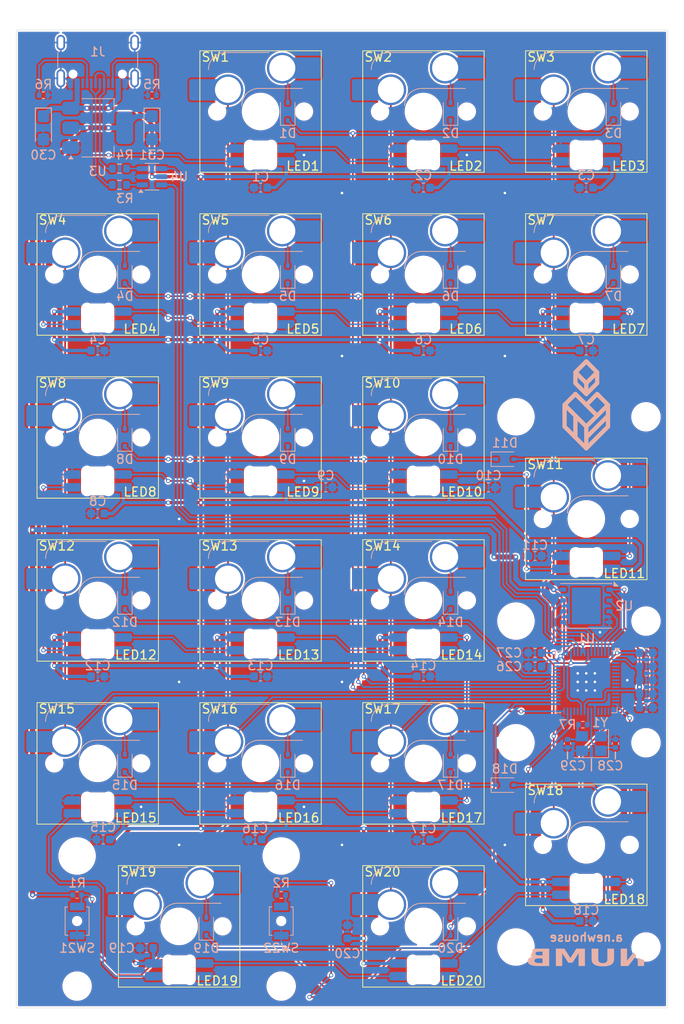
<source format=kicad_pcb>
(kicad_pcb (version 20240108) (generator "pcbnew") (generator_version "8.0")
  (layers (0 "F.Cu" signal) (31 "B.Cu" signal) (34 "B.Paste" user) (35 "F.Paste" user) (36 "B.SilkS" user "B.Silkscreen") (37 "F.SilkS" user "F.Silkscreen") (38 "B.Mask" user) (39 "F.Mask" user) (44 "Edge.Cuts" user))
  (net 0 "")
  (net 1 "Net-(D1-A)")
  (net 2 "Net-(D2-A)")
  (net 3 "Net-(D3-A)")
  (net 4 "COL2")
  (net 5 "Net-(D4-A)")
  (net 6 "Net-(D5-A)")
  (net 7 "Net-(D6-A)")
  (net 8 "Net-(D7-A)")
  (net 9 "Net-(D8-A)")
  (net 10 "Net-(D9-A)")
  (net 11 "Net-(D10-A)")
  (net 12 "Net-(D11-A)")
  (net 13 "Net-(D12-A)")
  (net 14 "Net-(D13-A)")
  (net 15 "Net-(D14-A)")
  (net 16 "Net-(D15-A)")
  (net 17 "Net-(D16-A)")
  (net 18 "Net-(D17-A)")
  (net 19 "Net-(D18-A)")
  (net 20 "Net-(D19-A)")
  (net 21 "Net-(D20-A)")
  (net 22 "/Microcontroller/USBC_D+")
  (net 23 "COL4")
  (net 24 "COL1")
  (net 25 "GND")
  (net 26 "Net-(J1-CC2)")
  (net 28 "+5V")
  (net 30 "/Microcontroller/USBC_D-")
  (net 31 "Net-(J1-CC1)")
  (net 32 "SK6812")
  (net 33 "COL3")
  (net 34 "RP2040_D-")
  (net 35 "RP2040_D+")
  (net 36 "+3.3V")
  (net 37 "Net-(LED1-DIN)")
  (net 38 "Net-(LED1-DOUT)")
  (net 39 "Net-(LED2-DOUT)")
  (net 41 "Net-(LED4-DIN)")
  (net 42 "Net-(LED5-DIN)")
  (net 43 "Net-(LED6-DIN)")
  (net 44 "Net-(LED11-DOUT)")
  (net 45 "Net-(LED12-DOUT)")
  (net 46 "Net-(LED8-DOUT)")
  (net 47 "Net-(LED10-DIN)")
  (net 48 "Net-(LED10-DOUT)")
  (net 49 "Net-(LED12-DIN)")
  (net 50 "Net-(LED13-DIN)")
  (net 51 "Net-(LED14-DIN)")
  (net 52 "Net-(LED15-DOUT)")
  (net 53 "Net-(LED15-DIN)")
  (net 54 "Net-(LED16-DOUT)")
  (net 55 "Net-(LED19-DIN)")
  (net 56 "ROW1")
  (net 57 "ROW4")
  (net 58 "ROW5")
  (net 59 "ROW6")
  (net 60 "~{RESET}")
  (net 61 "/Microcontroller/~{USB_BOOT}")
  (net 64 "+1V1")
  (net 65 "/Microcontroller/SD2")
  (net 66 "XIN")
  (net 69 "/Microcontroller/SD3")
  (net 70 "XOUT")
  (net 71 "/Microcontroller/SCLK")
  (net 72 "~{CS}")
  (net 75 "/Microcontroller/SD0")
  (net 76 "/Microcontroller/SD1")
  (net 79 "Net-(J1-D--PadA7)")
  (net 80 "Net-(J1-D+-PadA6)")
  (net 81 "ROW2")
  (net 82 "ROW3")
  (net 95 "Net-(LED18-DOUT)")
  (net 96 "Net-(C29-Pad2)")
  (footprint "PCM_Mounting_Keyboard_Stabilizer:Stabilizer_Cherry_MX_2.00u" (layer "F.Cu") (at 136.525 139.7 -90)
    (property "Reference" "STAB1" (hide yes))
    (property "Value" "Stablizer_2U")
  )
  (footprint "PCM_Mounting_Keyboard_Stabilizer:Stabilizer_Cherry_MX_2.00u" (layer "F.Cu") (at 136.525 177.8 -90)
    (property "Reference" "STAB3" (hide yes))
    (property "Value" "Stablizer_2U")
  )
  (footprint "PCM_Mounting_Keyboard_Stabilizer:Stabilizer_Cherry_MX_2.00u" (layer "F.Cu") (at 88.9 187.325 180)
    (property "Reference" "STAB2" (hide yes))
    (property "Value" "Stablizer_2U")
  )
  (footprint "Capacitor_SMD:C_0603_1608Metric" (layer "B.Cu") (at 143.525 160.15)
    (property "Reference" "C22" (hide yes))
    (property "Value" "0.2μF")
  )
  (footprint "PCM_Switch_Keyboard_Hotswap_Kailh:SW_Hotswap_Kailh_MX_Plated_1.00u" (layer "B.Cu") (at 117.475 168.275 180)
    (property "Reference" "SW17")
    (property "Value" "3")
  )
  (footprint "Capacitor_SMD:C_0402_1005Metric" (layer "B.Cu") (at 134.325 165.95 90)
    (property "Reference" "C29")
    (property "Value" "22pF")
  )
  (footprint "PCM_Miscellaneous:SK6812_MINI-E" (layer "B.Cu") (at 79.375 116.205 180)
    (property "Reference" "LED4")
    (property "Value" "SK6812MINI-E")
  )
  (footprint "Capacitor_SMD:C_0603_1608Metric" (layer "B.Cu") (at 85.09 189.865 180)
    (property "Reference" "C19")
    (property "Value" "0.1μF")
  )
  (footprint "Diode_SMD:D_SOD-323" (layer "B.Cu") (at 139.7 92.075 90)
    (property "Reference" "D3")
    (property "Value" "1N4148WS")
  )
  (footprint "PCM_Miscellaneous:SK6812_MINI-E_REV" (layer "B.Cu") (at 136.525 144.78 180)
    (property "Reference" "LED11")
    (property "Value" "SK6812MINI-E")
  )
  (footprint "Capacitor_SMD:C_0603_1608Metric" (layer "B.Cu") (at 117.475 177.165 180)
    (property "Reference" "C17")
    (property "Value" "0.1μF")
  )
  (footprint "Diode_SMD:D_SOD-323" (layer "B.Cu") (at 120.65 168.275 90)
    (property "Reference" "D17")
    (property "Value" "1N4148WS")
  )
  (footprint "PCM_Switch_Keyboard_Hotswap_Kailh:SW_Hotswap_Kailh_MX_Plated_1.00u" (layer "B.Cu") (at 79.375 149.225 180)
    (property "Reference" "SW12")
    (property "Value" "4")
  )
  (footprint "Diode_SMD:D_SOD-323" (layer "B.Cu") (at 139.7 111.125 90)
    (property "Reference" "D7")
    (property "Value" "1N4148WS")
  )
  (footprint "PCM_Switch_Keyboard_Hotswap_Kailh:SW_Hotswap_Kailh_MX_Plated_1.00u" (layer "B.Cu") (at 79.375 130.175 180)
    (property "Reference" "SW8")
    (property "Value" "7")
  )
  (footprint "Diode_SMD:D_SOD-323" (layer "B.Cu") (at 120.65 92.075 90)
    (property "Reference" "D2")
    (property "Value" "1N4148WS")
  )
  (footprint "PCM_Switch_Keyboard_Hotswap_Kailh:SW_Hotswap_Kailh_MX_Plated_1.00u" (layer "B.Cu") (at 79.375 111.125 180)
    (property "Reference" "SW4")
    (property "Value" "Num_Lock")
  )
  (footprint "Capacitor_SMD:C_0603_1608Metric" (layer "B.Cu") (at 143.525 161.75)
    (property "Reference" "C21" (hide yes))
    (property "Value" "0.2μF")
  )
  (footprint "Diode_SMD:D_SOD-323" (layer "B.Cu") (at 101.6 149.225 90)
    (property "Reference" "D13")
    (property "Value" "1N4148WS")
  )
  (footprint "PCM_Switch_Keyboard_Hotswap_Kailh:SW_Hotswap_Kailh_MX_Plated_1.00u" (layer "B.Cu") (at 98.425 130.175 180)
    (property "Reference" "SW9")
    (property "Value" "8")
  )
  (footprint "Diode_SMD:D_SOD-323" (layer "B.Cu") (at 82.55 168.275 90)
    (property "Reference" "D15")
    (property "Value" "1N4148WS")
  )
  (footprint "Capacitor_SMD:C_0603_1608Metric" (layer "B.Cu") (at 136.525 100.965 180)
    (property "Reference" "C3")
    (property "Value" "0.1μF")
  )
  (footprint "PCM_Switch_Keyboard_Hotswap_Kailh:SW_Hotswap_Kailh_MX_Plated_1.00u" (layer "B.Cu") (at 117.475 149.225 180)
    (property "Reference" "SW14")
    (property "Value" "6")
  )
  (footprint "Package_TO_SOT_SMD:SOT-223-3_TabPin2" (layer "B.Cu") (at 79.375 93.98)
    (property "Reference" "U3")
    (property "Value" "NCP1117ST33T3G")
  )
  (footprint "Resistor_SMD:R_0402_1005Metric" (layer "B.Cu") (at 73.025 90.17)
    (property "Reference" "R6")
    (property "Value" "5.1kΩ")
  )
  (footprint "Capacitor_SMD:C_0603_1608Metric" (layer "B.Cu") (at 80.01 177.165 180)
    (property "Reference" "C15")
    (property "Value" "0.1μF")
  )
  (footprint "Diode_SMD:D_SOD-323" (layer "B.Cu") (at 92.075 187.325 90)
    (property "Reference" "D19")
    (property "Value" "1N4148WS")
  )
  (footprint "Diode_SMD:D_SOD-323" (layer "B.Cu") (at 101.6 168.275 90)
    (property "Reference" "D16")
    (property "Value" "1N4148WS")
  )
  (footprint "PCM_Miscellaneous:SK6812_MINI-E" (layer "B.Cu") (at 117.475 154.305 180)
    (property "Reference" "LED14")
    (property "Value" "SK6812MINI-E")
  )
  (footprint "PCM_Switch_Keyboard_Hotswap_Kailh:SW_Hotswap_Kailh_MX_Plated_2.00u" (layer "B.Cu") (at 88.9 187.325 180)
    (property "Reference" "SW19")
    (property "Value" "0")
  )
  (footprint "Capacitor_SMD:C_0603_1608Metric" (layer "B.Cu") (at 117.475 120.015)
    (property "Reference" "C6")
    (property "Value" "0.1μF")
  )
  (footprint "Crystal:Crystal_SMD_3225-4Pin_3.2x2.5mm" (layer "B.Cu") (at 137.125 165.95 180)
    (property "Reference" "Y1")
    (property "Value" "12MHz")
  )
  (footprint "Capacitor_SMD:C_0603_1608Metric" (layer "B.Cu") (at 130.525 144.03)
    (property "Reference" "C11")
    (property "Value" "0.1μF")
  )
  (footprint "Button_Switch_SMD:SW_SPST_B3U-1000P-B" (layer "B.Cu") (at 100.838 186.705 90)
    (property "Reference" "SW22")
    (property "Value" "~{USB_BOOT}")
  )
  (footprint "Capacitor_SMD:C_0603_1608Metric" (layer "B.Cu") (at 98.425 100.965 180)
    (property "Reference" "C1")
    (property "Value" "0.1μF")
  )
  (footprint "PCM_Switch_Keyboard_Hotswap_Kailh:SW_Hotswap_Kailh_MX_Plated_2.00u_90deg" (layer "B.Cu") (at 136.525 139.7 180)
    (property "Reference" "SW11")
    (property "Value" "+")
  )
  (footprint "Capacitor_SMD:C_0603_1608Metric" (layer "B.Cu") (at 79.375 158.115)
    (property "Reference" "C12")
    (property "Value" "0.1μF")
  )
  (footprint "Capacitor_SMD:C_0603_1608Metric" (layer "B.Cu") (at 97.79 177.165 180)
    (property "Reference" "C16")
    (property "Value" "0.1μF")
  )
  (footprint "PCM_Miscellaneous:SK6812_MINI-E_REV" (layer "B.Cu") (at 117.475 135.255 180)
    (property "Reference" "LED10")
    (property "Value" "SK6812MINI-E")
  )
  (footprint "Diode_SMD:D_SOD-323" (layer "B.Cu") (at 101.6 130.175 90)
    (property "Reference" "D9")
    (property "Value" "1N4148WS")
  )
  (footprint "PCM_Switch_Keyboard_Hotswap_Kailh:SW_Hotswap_Kailh_MX_Plated_1.00u" (layer "B.Cu") (at 98.425 111.125 180)
    (property "Reference" "SW5")
    (property "Value" "/")
  )
  (footprint "Resistor_SMD:R_0402_1005Metric" (layer "B.Cu") (at 85.725 90.17 180)
    (property "Reference" "R5")
    (property "Value" "5.1kΩ")
  )
  (footprint "Capacitor_Tantalum_SMD:CP_EIA-3216-10_Kemet-I" (layer "B.Cu") (at 73.025 93.98 -90)
    (property "Reference" "C30")
    (property "Value" "10μF")
  )
  (footprint "PCM_Miscellaneous:SK6812_MINI-E" (layer "B.Cu") (at 117.475 192.405 180)
    (property "Reference" "LED20")
    (property "Value" "SK6812MINI-E")
  )
  (footprint "Resistor_SMD:R_0402_1005Metric" (layer "B.Cu") (at 136.125 163.75)
    (property "Reference" "R7")
    (property "Value" "1kΩ")
  )
  (footprint "Resistor_SMD:R_0603_1608Metric" (layer "B.Cu") (at 81.915 98.745)
    (property "Reference" "R4")
    (property "Value" "27Ω")
  )
  (footprint "Capacitor_SMD:C_0603_1608Metric" (layer "B.Cu") (at 143.525 155.35)
    (property "Reference" "C25" (hide yes))
    (property "Value" "0.2μF")
  )
  (footprint "PCM_Switch_Keyboard_Hotswap_Kailh:SW_Hotswap_Kailh_MX_Plated_1.00u" (layer "B.Cu") (at 117.475 111.125 180)
    (property "Reference" "SW6")
    (property "Value" "*")
  )
  (footprint "PCM_Miscellaneous:SK6812_MINI-E_REV" (layer "B.Cu") (at 79.375 135.255 180)
    (property "Reference" "LED8")
    (property "Value" "SK6812MINI-E")
  )
  (footprint "Capacitor_SMD:C_0603_1608Metric" (layer "B.Cu") (at 98.425 120.015)
    (property "Reference" "C5")
    (property "Value" "0.1μF")
  )
  (footprint "PCM_Switch_Keyboard_Hotswap_Kailh:SW_Hotswap_Kailh_MX_Plated_1.00u" (layer "B.Cu") (at 117.475 187.325 180)
    (property "Reference" "SW20")
    (property "Value" ".")
  )
  (footprint "Capacitor_SMD:C_0603_1608Metric" (layer "B.Cu") (at 136.525 120.015)
    (property "Reference" "C7")
    (property "Value" "0.1μF")
  )
  (footprint "Resistor_SMD:R_0402_1005Metric" (layer "B.Cu") (at 100.838 183.66 180)
    (property "Reference" "R2")
    (property "Value" "1kΩ")
  )
  (footprint "PCM_Switch_Keyboard_Hotswap_Kailh:SW_Hotswap_Kailh_MX_Plated_1.00u" (layer "B.Cu") (at 98.425 149.225 180)
    (property "Reference" "SW13")
    (property "Value" "5")
  )
  (footprint "Capacitor_SMD:C_0603_1608Metric" (layer "B.Cu") (at 117.475 158.115)
    (property "Reference" "C14")
    (property "Value" "0.1μF")
  )
  (footprint "Capacitor_SMD:C_0603_1608Metric" (layer "B.Cu") (at 106.045 136.005)
    (property "Reference" "C9")
    (property "Value" "0.1μF")
  )
  (footprint "Capacitor_SMD:C_0603_1608Metric" (layer "B.Cu") (at 136.525 186.69)
    (property "Reference" "C18")
    (property "Value" "0.1μF")
  )
  (footprint "Capacitor_SMD:C_0603_1608Metric" (layer "B.Cu") (at 117.475 100.965 180)
    (property "Reference" "C2")
    (property "Value" "0.1μF")
  )
  (footprint "PCM_Switch_Keyboard_Hotswap_Kailh:SW_Hotswap_Kailh_MX_Plated_1.00u" (layer "B.Cu") (at 98.425 92.075 180)
    (property "Reference" "SW1")
    (property "Value" "Macro_1")
  )
  (footprint "Resistor_SMD:R_0402_1005Metric" (layer "B.Cu") (at 76.962 183.66)
    (property "Reference" "R1")
    (property "Value" "10kΩ")
  )
  (footprint "PCM_Miscellaneous:SK6812_MINI-E_REV" (layer "B.Cu") (at 79.375 173.355 180)
    (property "Reference" "LED15")
    (property "Value" "SK6812MINI-E")
  )
  (footprint "PCM_Miscellaneous:SK6812_MINI-E" (layer "B.Cu") (at 98.425 154.305 180)
    (property "Reference" "LED13")
    (property "Value" "SK6812MINI-E")
  )
  (footprint "PCM_Switch_Keyboard_Hotswap_Kailh:SW_Hotswap_Kailh_MX_Plated_1.00u" (layer "B.Cu") (at 117.475 92.075 180)
    (property "Reference" "SW2")
    (property "Value" "Macro_2")
  )
  (footprint "Diode_SMD:D_SOD-323" (layer "B.Cu") (at 82.55 130.175 90)
    (property "Reference" "D8")
    (property "Value" "1N4148WS")
  )
  (footprint "Capacitor_SMD:C_0603_1608Metric" (layer "B.Cu") (at 108.585 187.96 90)
    (property "Reference" "C20")
    (property "Value" "0.1μF")
  )
  (footprint "Capacitor_SMD:C_0603_1608Metric" (layer "B.Cu") (at 143.525 156.95)
    (property "Reference" "C24" (hide yes))
    (property "Value" "0.2μF")
  )
  (footprint "PCM_Miscellaneous:SK6812_MINI-E" (layer "B.Cu") (at 136.525 116.205 180)
    (property "Reference" "LED7")
    (property "Value" "SK6812MINI-E")
  )
  (footprint "Capacitor_SMD:C_0603_1608Metric" (layer "B.Cu") (at 79.375 120.015)
    (property "Reference" "C4")
    (property "Value" "0.1μF")
  )
  (footprint "Diode_SMD:D_SOD-323" (layer "B.Cu") (at 101.6 111.125 90)
    (property "Reference" "D5")
    (property "Value" "1N4148WS")
  )
  (footprint "PCM_Miscellaneous:SK6812_MINI-E_REV" (layer "B.Cu") (at 98.425 173.355 180)
    (property "Reference" "LED16")
    (property "Value" "SK6812MINI-E")
  )
  (footprint "PCM_Miscellaneous:SK6812_MINI-E_REV" (layer "B.Cu") (at 98.425 97.155 180)
    (property "Reference" "LED1")
    (property "Value" "SK6812MINI-E")
  )
  (footprint "PCM_Switch_Keyboard_Hotswap_Kailh:SW_Hotswap_Kailh_MX_Plated_1.00u" (layer "B.Cu") (at 117.475 130.175 180)
    (property "Reference" "SW10")
    (property "Value" "9")
  )
  (footprint "PCM_Miscellaneous:SK6812_MINI-E" (layer "B.Cu") (at 79.375 154.305 180)
    (property "Reference" "LED12")
    (property "Value" "SK6812MINI-E")
  )
  (footprint "Diode_SMD:D_SOD-323" (layer "B.Cu") (at 82.55 111.125 90)
    (property "Reference" "D4")
    (property "Value" "1N4148WS")
  )
  (footprint "Capacitor_SMD:C_0402_1005Metric" (layer "B.Cu") (at 139.925 165.95 -90)
    (property "Reference" "C28")
    (property "Value" "22pF")
  )
  (footprint "PCM_Switch_Keyboard_Hotswap_Kailh:SW_Hotswap_Kailh_MX_Plated_1.00u" (layer "B.Cu") (at 136.525 111.125 180)
    (property "Reference" "SW7")
    (property "Value" "-")
  )
  (footprint "Capacitor_SMD:C_0603_1608Metric" (layer "B.Cu") (at 130.525 156.95 180)
    (property "Reference" "C26")
    (property "Value" "1μF")
  )
  (footprint "Capacitor_Tantalum_SMD:CP_EIA-3216-10_Kemet-I" (layer "B.Cu") (at 85.725 93.98 -90)
    (property "Reference" "C31")
    (property "Value" "10μF")
  )
  (footprint "PCM_Switch_Keyboard_Hotswap_Kailh:SW_Hotswap_Kailh_MX_Plated_1.00u" (layer "B.Cu") (at 79.375 168.275 180)
    (property "Reference" "SW15")
    (property "Value" "1")
  )
  (footprint "PCM_Switch_Keyboard_Hotswap_Kailh:SW_Hotswap_Kailh_MX_Plated_1.00u" (layer "B.Cu") (at 136.525 92.075 180)
    (property "Reference" "SW3")
    (property "Value" "Macro_3")
  )
  (footprint "Diode_SMD:D_SOD-323" (layer "B.Cu") (at 120.65 187.325 90)
    (property "Reference" "D20")
    (property "Value" "1N4148WS")
  )
  (footprint "PCM_Miscellaneous:SK6812_MINI-E" (layer "B.Cu") (at 88.9 192.405 180)
    (property "Reference" "LED19")
    (property "Value" "SK6812MINI-E")
  )
  (footprint "Diode_SMD:D_SOD-323" (layer "B.Cu") (at 82.55 149.225 90)
    (property "Reference" "D12")
    (property "Value" "1N4148WS")
  )
  (footprint "PCM_Miscellaneous:SK6812_MINI-E_REV" (layer "B.Cu") (at 117.475 173.355 180)
    (property "Reference" "LED17")
    (property "Value" "SK6812MINI-E")
  )
  (footprint "Resistor_SMD:R_0603_1608Metric" (layer "B.Cu") (at 81.915 100.645)
    (property "Reference" "R3")
    (property "Value" "27Ω")
  )
  (footprint "Diode_SMD:D_SOD-323" (layer "B.Cu") (at 120.65 149.225 90)
    (property "Reference" "D14")
    (property "Value" "1N4148WS")
  )
  (footprint "Connector_USB:USB_C_Receptacle_GCT_USB4105-xx-A_16P_TopMnt_Horizontal" (layer "B.Cu") (at 79.375 85.09)
    (property "Reference" "J1")
    (property "Value" "GCT USB4105")
  )
  (footprint "Capacitor_SMD:C_0603_1608Metric" (layer "B.Cu") (at 98.425 158.115)
    (property "Reference" "C13")
    (property "Value" "0.1μF")
  )
  (footprint "Diode_SMD:D_SOD-323" (layer "B.Cu") (at 127 132.715)
    (property "Reference" "D11")
    (property "Value" "1N4148WS")
  )
  (footprint "Capacitor_SMD:C_0603_1608Metric" (layer "B.Cu") (at 79.375 139.065 180)
    (property "Reference" "C8")
    (property "Value" "0.1μF")
  )
  (footprint "Button_Switch_SMD:SW_SPST_B3U-1000P-B" (layer "B.Cu") (at 76.962 186.705 90)
    (property "Reference" "SW21")
    (property "Value" "~{RESET}")
  )
  (footprint "PCM_Miscellaneous:SK6812_MINI-E_REV" (layer "B.Cu") (at 98.425 135.255 180)
    (property "Reference" "LED9")
    (property "Value" "SK6812MINI-E")
  )
  (footprint "Package_TO_SOT_SMD:SOT-23-6" (layer "B.Cu") (at 85.725 99.695)
    (property "Reference" "U4")
    (property "Value" "USBLC6-2SC6")
  )
  (footprint "Package_SON:WSON-8-1EP_6x5mm_P1.27mm_EP3.4x4.3mm" (layer "B.Cu") (at 136.525 149.86 180)
    (property "Reference" "U2")
    (property "Value" "W25Q32JVZP")
  )
  (footprint "PCM_Miscellaneous:SK6812_MINI-E_REV" (layer "B.Cu") (at 117.475 97.155 180)
    (property "Reference" "LED2")
    (property "Value" "SK6812MINI-E")
  )
  (footprint "Capacitor_SMD:C_0603_1608Metric" (layer "B.Cu") (at 125.095 136.005)
    (property "Reference" "C10")
    (property "Value" "0.1μF")
  )
  (footprint "PCM_Switch_Keyboard_Hotswap_Kailh:SW_Hotswap_Kailh_MX_Plated_2.00u_90deg" (layer "B.Cu") (at 136.525 177.8 180)
    (property "Reference" "SW18")
    (property "Value" "Enter")
  )
  (footprint "PCM_Miscellaneous:SK6812_MINI-E" (layer "B.Cu") (at 136.525 182.88 180)
    (property "Reference" "LED18")
    (property "Value" "SK6812MINI-E")
  )
  (footprint "Capacitor_SMD:C_0603_1608Metric" (layer "B.Cu") (at 130.525 155.35 180)
    (property "Reference" "C27")
    (property "Value" "1μF")
  )
  (footprint "Capacitor_SMD:C_0603_1608Metric" (layer "B.Cu") (at 143.525 158.55)
    (property "Reference" "C23" (hide yes))
    (property "Value" "0.2μF")
  )
  (footprint "PCM_Switch_Keyboard_Hotswap_Kailh:SW_Hotswap_Kailh_MX_Plated_1.00u" (layer "B.Cu") (at 98.425 168.275 180)
    (property "Reference" "SW16")
    (property "Value" "2")
  )
  (footprint "PCM_Miscellaneous:SK6812_MINI-E" (layer "B.Cu") (at 98.425 116.205 180)
    (property "Reference" "LED5")
    (property "Value" "SK6812MINI-E")
  )
  (footprint "PCM_Miscellaneous:SK6812_MINI-E_REV" (layer "B.Cu") (at 136.525 97.155 180)
    (property "Reference" "LED3")
    (property "Value" "SK6812MINI-E")
  )
  (footprint "Diode_SMD:D_SOD-323" (layer "B.Cu") (at 101.6 92.075 90)
    (property "Reference" "D1")
    (property "Value" "1N4148WS")
  )
  (footprint "PCM_Miscellaneous:SK6812_MINI-E" (layer "B.Cu") (at 117.475 116.205 180)
    (property "Reference" "LED6")
    (property "Value" "SK6812MINI-E")
  )
  (footprint "Diode_SMD:D_SOD-323" (layer "B.Cu") (at 120.65 111.125 90)
    (property "Reference" "D6")
    (property "Value" "1N4148WS")
  )
  (footprint "Diode_SMD:D_SOD-323" (layer "B.Cu") (at 120.65 130.175 90)
    (property "Reference" "D10")
    (property "Value" "1N4148WS")
  )
  (footprint "Package_DFN_QFN:QFN-56-1EP_7x7mm_P0.4mm_EP3.2x3.2mm" (layer "B.Cu") (at 136.525 158.75 180)
    (property "Reference" "U1")
    (property "Value" "RP2040")
  )
  (footprint "Diode_SMD:D_SOD-323" (layer "B.Cu") (at 127 170.815)
    (property "Reference" "D18")
    (property "Value" "1N4148WS")
  )
  (gr_line (start 136.525 126.365) (end 137.795 125.095) (stroke (width 0.5)) (layer "B.SilkS"))
  (gr_line (start 134.325 166.95) (end 134.325 167.75) (stroke (width 0.16)) (layer "B.SilkS"))
  (gr_line (start 137.125 167.75) (end 137.125 169.15) (stroke (width 0.16)) (layer "B.SilkS"))
  (gr_line (start 135.255 122.555) (end 136.525 121.285) (stroke (width 0.5)) (layer "B.SilkS"))
  (gr_line (start 135.255 125.095) (end 136.525 126.365) (stroke (width 0.5)) (layer "B.SilkS"))
  (gr_line (start 135.255 123.825) (end 135.255 122.555) (stroke (width 0.5)) (layer "B.SilkS"))
  (gr_line (start 133.985 126.365) (end 136.525 128.905) (stroke (width 0.5)) (layer "B.SilkS"))
  (gr_line (start 139.065 128.905) (end 136.525 131.445) (stroke (width 0.5)) (layer "B.SilkS"))
  (gr_line (start 135.255 122.555) (end 136.525 123.825) (stroke (width 0.5)) (layer "B.SilkS"))
  (gr_line (start 135.255 127.635) (end 135.255 130.175) (stroke (width 0.5)) (layer "B.SilkS"))
  (gr_line (start 133.985 126.365) (end 135.255 125.095) (stroke (width 0.5)) (layer "B.SilkS"))
  (gr_line (start 136.525 128.905) (end 136.525 131.445) (stroke (width 0.5)) (layer "B.SilkS"))
  (gr_line (start 136.525 125.095) (end 135.255 123.825) (stroke (width 0.5)) (layer "B.SilkS"))
  (gr_line (start 136.525 131.445) (end 133.985 128.905) (stroke (width 0.5)) (layer "B.SilkS"))
  (gr_line (start 137.795 122.555) (end 137.795 123.825) (stroke (width 0.5)) (layer "B.SilkS"))
  (gr_line (start 139.925 166.95) (end 139.925 167.75) (stroke (width 0.16)) (layer "B.SilkS"))
  (gr_line (start 137.795 123.825) (end 136.525 125.095) (stroke (width 0.5)) (layer "B.SilkS"))
  (gr_line (start 136.525 121.285) (end 137.795 122.555) (stroke (width 0.5)) (layer "B.SilkS"))
  (gr_line (start 136.525 126.365) (end 137.795 127.635) (stroke (width 0.5)) (layer "B.SilkS"))
  (gr_line (start 136.525 123.825) (end 137.795 122.555) (stroke (width 0.5)) (layer "B.SilkS"))
  (gr_line (start 136.525 128.905) (end 139.065 126.365) (stroke (width 0.5)) (layer "B.SilkS"))
  (gr_line (start 133.985 128.905) (end 133.985 126.365) (stroke (width 0.5)) (layer "B.SilkS"))
  (gr_line (start 136.525 123.825) (end 136.525 125.095) (stroke (width 0.5)) (layer "B.SilkS"))
  (gr_line (start 139.065 126.365) (end 139.065 128.905) (stroke (width 0.5)) (layer "B.SilkS"))
  (gr_line (start 136.525 130.175) (end 139.065 127.635) (stroke (width 0.5)) (layer "B.SilkS"))
  (gr_line (start 137.795 125.095) (end 139.065 126.365) (stroke (width 0.5)) (layer "B.SilkS"))
  (gr_rect (start 69.85 82.55) (end 146.05 196.85) (stroke (width 0.05)) (fill none) (layer "Edge.Cuts"))
  (gr_text "a.newhouse" (at 136.525 188.595 0) (layer "B.SilkS") (effects (font (size 1 1) (thickness 0.2) (bold yes)) (justify mirror)))
  (gr_text "NUMB" (at 136.525 191.135 0) (layer "B.SilkS") (effects (font (size 2 3) (thickness 0.4) (bold yes)) (justify mirror)))
  (segment (start 101.6 91.025) (end 101.6 87.63) (width 0.2) (layer "B.Cu") (net 1))
  (segment (start 101.6 87.63) (end 100.965 86.995) (width 0.2) (layer "B.Cu") (net 1))
  (segment (start 120.65 91.025) (end 120.65 87.63) (width 0.2) (layer "B.Cu") (net 2))
  (segment (start 120.65 87.63) (end 120.015 86.995) (width 0.2) (layer "B.Cu") (net 2))
  (segment (start 139.7 91.025) (end 139.7 87.63) (width 0.2) (layer "B.Cu") (net 3))
  (segment (start 139.7 87.63) (end 139.065 86.995) (width 0.2) (layer "B.Cu") (net 3))
  (segment (start 85.09 184.785) (end 94.615 175.26) (width 0.2) (layer "F.Cu") (net 4))
  (segment (start 94.615 165.735) (end 94.615 89.535) (width 0.2) (layer "F.Cu") (net 4))
  (segment (start 94.615 175.26) (end 94.615 165.735) (width 0.2) (layer "F.Cu") (net 4))
  (segment (start 133.0875 160.55) (end 99.8 160.55) (width 0.2) (layer "B.Cu") (net 4))
  (segment (start 99.8 160.55) (end 94.615 165.735) (width 0.2) (layer "B.Cu") (net 4))
  (segment (start 82.55 106.68) (end 81.915 106.045) (width 0.2) (layer "B.Cu") (net 5))
  (segment (start 82.55 110.075) (end 82.55 106.68) (width 0.2) (layer "B.Cu") (net 5))
  (segment (start 101.6 106.68) (end 100.965 106.045) (width 0.2) (layer "B.Cu") (net 6))
  (segment (start 101.6 110.075) (end 101.6 106.68) (width 0.2) (layer "B.Cu") (net 6))
  (segment (start 120.65 110.075) (end 120.65 106.68) (width 0.2) (layer "B.Cu") (net 7))
  (segment (start 120.65 106.68) (end 120.015 106.045) (width 0.2) (layer "B.Cu") (net 7))
  (segment (start 139.7 110.075) (end 139.7 106.68) (width 0.2) (layer "B.Cu") (net 8))
  (segment (start 139.7 106.68) (end 139.065 106.045) (width 0.2) (layer "B.Cu") (net 8))
  (segment (start 82.55 129.125) (end 82.55 125.73) (width 0.2) (layer "B.Cu") (net 9))
  (segment (start 82.55 125.73) (end 81.915 125.095) (width 0.2) (layer "B.Cu") (net 9))
  (segment (start 101.6 129.125) (end 101.6 125.73) (width 0.2) (layer "B.Cu") (net 10))
  (segment (start 101.6 125.73) (end 100.965 125.095) (width 0.2) (layer "B.Cu") (net 10))
  (segment (start 120.65 125.73) (end 120.015 125.095) (width 0.2) (layer "B.Cu") (net 11))
  (segment (start 120.65 129.125) (end 120.65 125.73) (width 0.2) (layer "B.Cu") (net 11))
  (segment (start 137.16 132.715) (end 139.065 134.62) (width 0.2) (layer "B.Cu") (net 12))
  (segment (start 128.05 132.715) (end 137.16 132.715) (width 0.2) (layer "B.Cu") (net 12))
  (segment (start 82.55 148.175) (end 82.55 144.78) (width 0.2) (layer "B.Cu") (net 13))
  (segment (start 82.55 144.78) (end 81.915 144.145) (width 0.2) (layer "B.Cu") (net 13))
  (segment (start 101.6 148.175) (end 101.6 144.78) (width 0.2) (layer "B.Cu") (net 14))
  (segment (start 101.6 144.78) (end 100.965 144.145) (width 0.2) (layer "B.Cu") (net 14))
  (segment (start 120.65 144.78) (end 120.015 144.145) (width 0.2) (layer "B.Cu") (net 15))
  (segment (start 120.65 148.175) (end 120.65 144.78) (width 0.2) (layer "B.Cu") (net 15))
  (segment (start 82.55 167.225) (end 82.55 163.83) (width 0.2) (layer "B.Cu") (net 16))
  (segment (start 82.55 163.83) (end 81.915 163.195) (width 0.2) (layer "B.Cu") (net 16))
  (segment (start 101.6 163.83) (end 100.965 163.195) (width 0.2) (layer "B.Cu") (net 17))
  (segment (start 101.6 167.225) (end 101.6 163.83) (width 0.2) (layer "B.Cu") (net 17))
  (segment (start 120.65 163.83) (end 120.015 163.195) (width 0.2) (layer "B.Cu") (net 18))
  (segment (start 120.65 167.225) (end 120.65 163.83) (width 0.2) (layer "B.Cu") (net 18))
  (segment (start 137.16 170.815) (end 139.065 172.72) (width 0.2) (layer "B.Cu") (net 19))
  (segment (start 128.05 170.815) (end 137.16 170.815) (width 0.2) (layer "B.Cu") (net 19))
  (segment (start 92.075 186.275) (end 92.075 182.88) (width 0.2) (layer "B.Cu") (net 20))
  (segment (start 92.075 182.88) (end 91.44 182.245) (width 0.2) (layer "B.Cu") (net 20))
  (segment (start 120.65 182.88) (end 120.015 182.245) (width 0.2) (layer "B.Cu") (net 21))
  (segment (start 120.65 186.275) (end 120.65 182.88) (width 0.2) (layer "B.Cu") (net 21))
  (segment (start 82.74 98.745) (end 84.5875 98.745) (width 0.2) (layer "B.Cu") (net 22))
  (segment (start 132.715 89.535) (end 132.715 137.16) (width 0.2) (layer "F.Cu") (net 23))
  (segment (start 132.715 149.86) (end 132.715 153.96) (width 0.2) (layer "F.Cu") (net 23))
  (segment (start 132.715 156.74) (end 132.715 175.26) (width 0.2) (layer "F.Cu") (net 23))
  (segment (start 131.445 148.59) (end 132.715 149.86) (width 0.2) (layer "F.Cu") (net 23))
  (segment (start 132.715 153.96) (end 131.725 154.95) (width 0.2) (layer "F.Cu") (net 23))
  (segment (start 131.725 155.75) (end 132.715 156.74) (width 0.2) (layer "F.Cu") (net 23))
  (segment (start 132.715 137.16) (end 132.715 146.05) (width 0.2) (layer "F.Cu") (net 23))
  (segment (start 131.445 147.32) (end 131.445 148.59) (width 0.2) (layer "F.Cu") (net 23))
  (segment (start 132.715 146.05) (end 131.445 147.32) (width 0.2) (layer "F.Cu") (net 23))
  (segment (start 131.725 154.95) (end 131.725 155.75) (width 0.2) (layer "F.Cu") (net 23))
  (via (at 132.715 165.1) (size 0.5) (drill 0.3) (layers "F.Cu" "B.Cu") (net 23))
  (segment (start 134.325 163.49) (end 132.715 165.1) (width 0.2) (layer "B.Cu") (net 23))
  (segment (start 134.325 162.1875) (end 134.325 163.49) (width 0.2) (layer "B.Cu") (net 23))
  (segment (start 75.565 165.735) (end 75.565 108.585) (width 0.2) (layer "F.Cu") (net 24))
  (segment (start 81.15 160.15) (end 75.565 165.735) (width 0.2) (layer "B.Cu") (net 24))
  (segment (start 133.0875 160.15) (end 81.15 160.15) (width 0.2) (layer "B.Cu") (net 24))
  (via (at 136.525 158.75) (size 0.5) (drill 0.3) (layers "F.Cu" "B.Cu") (net 25))
  (via (at 88.9 139.7) (size 0.5) (drill 0.3) (layers "F.Cu" "B.Cu") (net 25))
  (via (at 137.525 157.75) (size 0.5) (drill 0.3) (layers "F.Cu" "B.Cu") (net 25))
  (via (at 136.525 159.75) (size 0.5) (drill 0.3) (layers "F.Cu" "B.Cu") (net 25))
  (via (at 136.525 157.75) (size 0.5) (drill 0.3) (layers "F.Cu" "B.Cu") (net 25))
  (via (at 88.9 158.75) (size 0.5) (drill 0.3) (layers "F.Cu" "B.Cu") (net 25))
  (via (at 135.525 159.75) (size 0.5) (drill 0.3) (layers "F.Cu" "B.Cu") (net 25))
  (via (at 137.525 158.75) (size 0.5) (drill 0.3) (layers "F.Cu" "B.Cu") (net 25))
  (via (at 107.95 177.8) (size 0.5) (drill 0.3) (layers "F.Cu" "B.Cu") (net 25))
  (via (at 127 120.65) (size 0.5) (drill 0.3) (layers "F.Cu" "B.Cu") (net 25))
  (via (at 138.125 152.95) (size 0.5) (drill 0.3) (layers "F.Cu" "B.Cu") (net 25))
  (via (at 107.95 158.75) (size 0.5) (drill 0.3) (layers "F.Cu" "B.Cu") (net 25))
  (via (at 135.525 158.75) (size 0.5) (drill 0.3) (layers "F.Cu" "B.Cu") (net 25))
  (via (at 84.455 173.355) (size 0.5) (drill 0.3) (layers "F.Cu" "B.Cu") (net 25))
  (via (at 88.9 177.8) (size 0.5) (drill 0.3) (layers "F.Cu" "B.Cu") (net 25))
  (via (at 107.95 101.6) (size 0.5) (drill 0.3) (layers "F.Cu" "B.Cu") (net 25))
  (via (at 127 177.8) (size 0.5) (drill 0.3) (layers "F.Cu" "B.Cu") (net 25))
  (via (at 122.555 97.155) (size 0.5) (drill 0.3) (layers "F.Cu" "B.Cu") (net 25))
  (via (at 103.505 97.155) (size 0.5) (drill 0.3) (layers "F.Cu" "B.Cu") (net 25))
  (via (at 141.325 158.55) (size 0.5) (drill 0.3) (layers "F.Cu" "B.Cu") (net 25))
  (via (at 137.525 159.75) (size 0.5) (drill 0.3) (layers "F.Cu" "B.Cu") (net 25))
  (via (at 127 101.6) (size 0.5) (drill 0.3) (layers "F.Cu" "B.Cu") (net 25))
  (via (at 107.95 120.65) (size 0.5) (drill 0.3) (layers "F.Cu" "B.Cu") (net 25))
  (via (at 135.525 157.75) (size 0.5) (drill 0.3) (layers "F.Cu" "B.Cu") (net 25))
  (via (at 103.505 135.255) (size 0.5) (drill 0.3) (layers "F.Cu" "B.Cu") (net 25))
  (via (at 103.505 173.355) (size 0.5) (drill 0.3) (layers "F.Cu" "B.Cu") (net 25))
  (segment (start 131.38 144.03) (end 131.3 143.95) (width 0.2) (layer "B.Cu") (net 25))
  (segment (start 83.15 88.195) (end 82.575 88.77) (width 0.2) (layer "B.Cu") (net 25))
  (segment (start 75.6 88.195) (end 76.175 88.77) (width 0.2) (layer "B.Cu") (net 25))
  (segment (start 83.695 88.195) (end 83.15 88.195) (width 0.2) (layer "B.Cu") (net 25))
  (segment (start 75.055 88.195) (end 75.6 88.195) (width 0.2) (layer "B.Cu") (net 25))
  (segment (start 81.625 86.09) (end 81.125 86.59) (width 0.2) (layer "B.Cu") (net 26))
  (segment (start 86.235 86.59) (end 85.735 86.09) (width 0.2) (layer "B.Cu") (net 26))
  (segment (start 86.235 90.17) (end 86.235 86.59) (width 0.2) (layer "B.Cu") (net 26))
  (segment (start 81.125 86.59) (end 81.125 88.77) (width 0.2) (layer "B.Cu") (net 26))
  (segment (start 85.735 86.09) (end 81.625 86.09) (width 0.2) (layer "B.Cu") (net 26))
  (segment (start 91.44 118.745) (end 91.44 156.845) (width 0.4) (layer "F.Cu") (net 28))
  (segment (start 74.295 153.555) (end 74.295 156.845) (width 0.4) (layer "F.Cu") (net 28))
  (segment (start 85.725 99.695) (end 91.44 99.695) (width 0.4) (layer "F.Cu") (net 28))
  (segment (start 91.44 175.895) (end 83.185 175.895) (width 0.4) (layer "F.Cu") (net 28))
  (segment (start 85.725 93.585) (end 83.82 91.68) (width 0.4) (layer "F.Cu") (net 28))
  (segment (start 112.395 115.455) (end 112.395 118.745) (width 0.4) (layer "F.Cu") (net 28))
  (segment (start 131.445 115.455) (end 131.445 118.745) (width 0.4) (layer "F.Cu") (net 28))
  (segment (start 81.915 189.75) (end 83.82 191.655) (width 0.4) (layer "F.Cu") (net 28))
  (segment (start 91.44 99.695) (end 91.44 118.745) (width 0.4) (layer "F.Cu") (net 28))
  (segment (start 87.63 137.795) (end 91.44 137.795) (width 0.4) (layer "F.Cu") (net 28))
  (segment (start 74.295 115.455) (end 74.295 118.745) (width 0.4) (layer "F.Cu") (net 28))
  (segment (start 131.445 182.13) (end 131.445 185.42) (width 0.4) (layer "F.Cu") (net 28))
  (segment (start 87.63 118.745) (end 90.17 118.745) (width 0.4) (layer "F.Cu") (net 28))
  (segment (start 85.725 99.695) (end 85.725 93.585) (width 0.4) (layer "F.Cu") (net 28))
  (segment (start 112.395 153.555) (end 112.395 156.845) (width 0.4) (layer "F.Cu") (net 28))
  (segment (start 93.345 115.455) (end 93.345 118.745) (width 0.4) (layer "F.Cu") (net 28))
  (segment (start 83.82 91.68) (end 80.645 91.68) (width 0.4) (layer "F.Cu") (net 28))
  (segment (start 81.915 177.165) (end 81.915 189.75) (width 0.4) (layer "F.Cu") (net 28))
  (segment (start 110.49 191.655) (end 110.49 175.895) (width 0.4) (layer "F.Cu") (net 28))
  (segment (start 93.345 153.555) (end 93.345 156.845) (width 0.4) (layer "F.Cu") (net 28))
  (segment (start 91.44 156.845) (end 91.44 175.895) (width 0.4) (layer "F.Cu") (net 28))
  (segment (start 78.105 91.68) (end 80.645 91.68) (width 0.6) (layer "F.Cu") (net 28))
  (segment (start 83.185 175.895) (end 81.915 177.165) (width 0.4) (layer "F.Cu") (net 28))
  (via (at 74.295 153.555) (size 0.5) (drill 0.3) (layers "F.Cu" "B.Cu") (net 28))
  (via (at 91.44 175.895) (size 0.5) (drill 0.3) (layers "F.Cu" "B.Cu") (net 28))
  (via (at 110.49 188.735) (size 0.5) (drill 0.3) (layers "F.Cu" "B.Cu") (net 28))
  (via (at 110.49 175.895) (size 0.5) (drill 0.3) (layers "F.Cu" "B.Cu") (net 28))
  (via (at 131.445 115.455) (size 0.5) (drill 0.3) (layers "F.Cu" "B.Cu") (net 28))
  (via (at 112.395 153.555) (size 0.5) (drill 0.3) (layers "F.Cu" "B.Cu") (net 28))
  (via (at 112.395 115.455) (size 0.5) (drill 0.3) (layers "F.Cu" "B.Cu") (net 28))
  (via (at 93.345 115.455) (size 0.5) (drill 0.3) (layers "F.Cu" "B.Cu") (net 28))
  (via (at 91.44 156.845) (size 0.5) (drill 0.3) (layers "F.Cu" "B.Cu") (net 28))
  (via (at 93.345 153.555) (size 0.5) (drill 0.3) (layers "F.Cu" "B.Cu") (net 28))
  (via (at 83.82 191.655) (size 0.5) (drill 0.3) (layers "F.Cu" "B.Cu") (net 28))
  (via (at 91.44 99.695) (size 0.5) (drill 0.3) (layers "F.Cu" "B.Cu") (net 28))
  (via (at 131.445 185.42) (size 0.5) (drill 0.3) (layers "F.Cu" "B.Cu") (net 28))
  (via (at 91.44 137.795) (size 0.5) (drill 0.3) (layers "F.Cu" "B.Cu") (net 28))
  (via (at 112.395 156.845) (size 0.5) (drill 0.3) (layers "F.Cu" "B.Cu") (net 28))
  (via (at 110.49 191.655) (size 0.5) (drill 0.3) (layers "F.Cu" "B.Cu") (net 28))
  (via (at 74.295 156.845) (size 0.5) (drill 0.3) (layers "F.Cu" "B.Cu") (net 28))
  (via (at 131.445 118.745) (size 0.5) (drill 0.3) (layers "F.Cu" "B.Cu") (net 28))
  (via (at 93.345 118.745) (size 0.5) (drill 0.3) (layers "F.Cu" "B.Cu") (net 28))
  (via (at 87.63 137.795) (size 0.5) (drill 0.3) (layers "F.Cu" "B.Cu") (net 28))
  (via (at 90.17 118.745) (size 0.5) (drill 0.3) (layers "F.Cu" "B.Cu") (net 28))
  (via (at 74.295 115.455) (size 0.5) (drill 0.3) (layers "F.Cu" "B.Cu") (net 28))
  (via (at 93.345 156.845) (size 0.5) (drill 0.3) (layers "F.Cu" "B.Cu") (net 28))
  (via (at 74.295 118.745) (size 0.5) (drill 0.3) (layers "F.Cu" "B.Cu") (net 28))
  (via (at 78.105 91.68) (size 0.6) (drill 0.3) (layers "F.Cu" "B.Cu") (net 28))
  (via (at 80.645 91.68) (size 0.6) (drill 0.3) (layers "F.Cu" "B.Cu") (net 28))
  (via (at 85.725 99.695) (size 0.5) (drill 0.3) (layers "F.Cu" "B.Cu") (net 28))
  (via (at 87.63 118.745) (size 0.5) (drill 0.3) (layers "F.Cu" "B.Cu") (net 28))
  (via (at 112.395 118.745) (size 0.5) (drill 0.3) (layers "F.Cu" "B.Cu") (net 28))
  (via (at 131.445 182.13) (size 0.5) (drill 0.3) (layers "F.Cu" "B.Cu") (net 28))
  (via (at 91.44 118.745) (size 0.5) (drill 0.3) (layers "F.Cu" "B.Cu") (net 28))
  (segment (start 129.75 144.03) (end 129.75 142.24) (width 0.4) (layer "B.Cu") (net 28))
  (segment (start 76.375 153.555) (end 74.295 153.555) (width 0.4) (layer "B.Cu") (net 28))
  (segment (start 81.775 88.77) (end 81.775 90.55) (width 0.6) (layer "B.Cu") (net 28))
  (segment (start 82.375 174.105) (end 82.375 175.895) (width 0.4) (layer "B.Cu") (net 28))
  (segment (start 90.17 118.745) (end 93.345 118.745) (width 0.4) (layer "B.Cu") (net 28))
  (segment (start 95.425 115.455) (end 93.345 115.455) (width 0.4) (layer "B.Cu") (net 28))
  (segment (start 76.225 91.68) (end 73.975 91.68) (width 0.6) (layer "B.Cu") (net 28))
  (segment (start 76.975 90.93) (end 76.225 91.68) (width 0.6) (layer "B.Cu") (net 28))
  (segment (start 91.44 99.695) (end 139.525 99.695) (width 0.4) (layer "B.Cu") (net 28))
  (segment (start 81.105 139.065) (end 82.375 137.795) (width 0.4) (layer "B.Cu") (net 28))
  (segment (start 98.565 177.165) (end 99.835 175.895) (width 0.4) (layer "B.Cu") (net 28))
  (segment (start 93.345 118.745) (end 131.445 118.745) (width 0.4) (layer "B.Cu") (net 28))
  (segment (start 122.555 175.895) (end 128.79 182.13) (width 0.4) (layer "B.Cu") (net 28))
  (segment (start 128.79 182.13) (end 133.525 182.13) (width 0.4) (layer "B.Cu") (net 28))
  (segment (start 82.375 136.005) (end 82.375 137.795) (width 0.4) (layer "B.Cu") (net 28))
  (segment (start 101.425 136.005) (end 105.27 136.005) (width 0.4) (layer "B.Cu") (net 28))
  (segment (start 108.585 188.735) (end 110.49 188.735) (width 0.4) (layer "B.Cu") (net 28))
  (segment (start 120.475 174.105) (end 120.475 175.895) (width 0.4) (layer "B.Cu") (net 28))
  (segment (start 101.425 174.105) (end 101.425 175.895) (width 0.4) (layer "B.Cu") (net 28))
  (segment (start 120.475 136.005) (end 124.32 136.005) (width 0.4) (layer "B.Cu") (net 28))
  (segment (start 73.975 91.68) (end 73.025 92.63) (width 0.6) (layer "B.Cu") (net 28))
  (segment (start 94.615 158.115) (end 93.345 156.845) (width 0.4) (layer "B.Cu") (net 28))
  (segment (start 78.6 120.015) (end 75.565 120.015) (width 0.4) (layer "B.Cu") (net 28))
  (segment (start 132.715 120.015) (end 131.445 118.745) (width 0.4) (layer "B.Cu") (net 28))
  (segment (start 118.25 177.165) (end 119.205 177.165) (width 0.4) (layer "B.Cu") (net 28))
  (segment (start 119.205 177.165) (end 120.475 175.895) (width 0.4) (layer "B.Cu") (net 28))
  (segment (start 81.775 90.55) (end 80.645 91.68) (width 0.6) (layer "B.Cu") (net 28))
  (segment (start 94.615 120.015) (end 93.345 118.745) (width 0.4) (layer "B.Cu") (net 28))
  (segment (start 131.445 185.42) (end 132.715 186.69) (width 0.4) (layer "B.Cu") (net 28))
  (segment (start 80.15 139.065) (end 81.105 139.065) (width 0.4) (layer "B.Cu") (net 28))
  (segment (start 112.395 156.845) (end 113.665 158.115) (width 0.4) (layer "B.Cu") (net 28))
  (segment (start 91.44 175.895) (end 100.965 175.895) (width 0.4) (layer "B.Cu") (net 28))
  (segment (start 142.24 142.24) (end 129.75 142.24) (width 0.4) (layer "B.Cu") (net 28))
  (segment (start 142.125 145.53) (end 142.875 144.78) (width 0.4) (layer "B.Cu") (net 28))
  (segment (start 75.565 158.115) (end 74.295 156.845) (width 0.4) (layer "B.Cu") (net 28))
  (segment (start 81.105 177.165) (end 82.375 175.895) (width 0.4) (layer "B.Cu") (net 28))
  (segment (start 125.305 137.795) (end 129.75 142.24) (width 0.4) (layer "B.Cu") (net 28))
  (segment (start 142.875 144.78) (end 142.875 142.875) (width 0.4) (layer "B.Cu") (net 28))
  (segment (start 93.345 156.845) (end 91.44 156.845) (width 0.4) (layer "B.Cu") (net 28))
  (segment (start 100.965 175.895) (end 110.49 175.895) (width 0.4) (layer "B.Cu") (net 28))
  (segment (start 120.475 99.695) (end 120.475 97.905) (width 0.4) (layer "B.Cu") (net 28))
  (segment (start 97.65 120.015) (end 94.615 120.015) (width 0.4) (layer "B.Cu") (net 28))
  (segment (start 135.75 186.69) (end 132.715 186.69) (width 0.4) (layer "B.Cu") (net 28))
  (segment (start 133.525 115.455) (end 131.445 115.455) (width 0.4) (layer "B.Cu") (net 28))
  (segment (start 97.65 158.115) (end 94.615 158.115) (width 0.4) (layer "B.Cu") (net 28))
  (segment (start 85.9 189.9) (end 85.865 189.865) (width 0.4) (layer "B.Cu") (net 28))
  (segment (start 76.375 115.455) (end 74.295 115.455) (width 0.4) (layer "B.Cu") (net 28))
  (segment (start 119.205 100.965) (end 120.475 99.695) (width 0.4) (layer "B.Cu") (net 28))
  (segment (start 113.665 120.015) (end 112.395 118.745) (width 0.4) (layer "B.Cu") (net 28))
  (segment (start 116.7 120.015) (end 113.665 120.015) (width 0.4) (layer "B.Cu") (net 28))
  (segment (start 101.425 136.005) (end 101.425 137.795) (width 0.4) (layer "B.Cu") (net 28))
  (segment (start 116.7 158.115) (end 113.665 158.115) (width 0.4) (layer "B.Cu") (net 28))
  (segment (start 83.82 191.655) (end 85.9 191.655) (width 0.4) (layer "B.Cu") (net 28))
  (segment (start 114.475 115.455) (end 112.395 115.455) (width 0.4) (layer "B.Cu") (net 28))
  (segment (start 142.875 142.875) (end 142.24 142.24) (width 0.4) (layer "B.Cu") (net 28))
  (segment (start 99.2 100.965) (end 100.155 100.965) (width 0.4) (layer "B.Cu") (net 28))
  (segment (start 100.155 100.965) (end 101.425 99.695) (width 0.4) (layer "B.Cu") (net 28))
  (segment (start 95.425 153.555) (end 93.345 153.555) (width 0.4) (layer "B.Cu") (net 28))
  (segment (start 114.475 153.555) (end 112.395 153.555) (width 0.4) (layer "B.Cu") (net 28))
  (segment (start 118.25 100.965) (end 119.205 100.965) (width 0.4) (layer "B.Cu") (net 28))
  (segment (start 80.785 177.165) (end 81.105 177.165) (width 0.4) (layer "B.Cu") (net 28))
  (segment (start 137.3 100.965) (end 138.255 100.965) (width 0.4) (layer "B.Cu") (net 28))
  (segment (start 138.255 100.965) (end 139.525 99.695) (width 0.4) (layer "B.Cu") (net 28))
  (segment (start 91.44 175.895) (end 82.375 175.895) (width 0.4) (layer "B.Cu") (net 28))
  (segment (start 139.525 145.53) (end 142.125 145.53) (width 0.4) (layer "B.Cu") (net 28))
  (segment (start 86.8625 99.695) (end 85.725 99.695) (width 0.4) (layer "B.Cu") (net 28))
  (segment (start 110.49 175.895) (end 122.555 175.895) (width 0.4) (layer "B.Cu") (net 28))
  (segment (start 114.475 191.655) (end 110.49 191.655) (width 0.4) (layer "B.Cu") (net 28))
  (segment (start 135.75 120.015) (end 132.715 120.015) (width 0.4) (layer "B.Cu") (net 28))
  (segment (start 78.6 158.115) (end 75.565 158.115) (width 0.4) (layer "B.Cu") (net 28))
  (segment (start 75.565 120.015) (end 74.295 118.745) (width 0.4) (layer "B.Cu") (net 28))
  (segment (start 74.295 118.745) (end 87.63 118.745) (width 0.4) (layer "B.Cu") (net 28))
  (segment (start 91.44 156.845) (end 74.295 156.845) (width 0.4) (layer "B.Cu") (net 28))
  (segment (start 85.9 191.655) (end 85.9 189.9) (width 0.4) (layer "B.Cu") (net 28))
  (segment (start 112.395 156.845) (end 93.345 156.845) (width 0.4) (layer "B.Cu") (net 28))
  (segment (start 120.475 136.005) (end 120.475 137.795) (width 0.4) (layer "B.Cu") (net 28))
  (segment (start 139.525 99.695) (end 139.525 97.905) (width 0.4) (layer "B.Cu") (net 28))
  (segment (start 120.475 137.795) (end 125.305 137.795) (width 0.4) (layer "B.Cu") (net 28))
  (segment (start 76.225 91.68) (end 78.105 91.68) (width 0.6) (layer "B.Cu") (net 28))
  (segment (start 99.835 175.895) (end 100.965 175.895) (width 0.4) (layer "B.Cu") (net 28))
  (segment (start 87.63 137.795) (end 82.375 137.795) (width 0.4) (layer "B.Cu") (net 28))
  (segment (start 76.975 88.77) (end 76.975 90.93) (width 0.6) (layer "B.Cu") (net 28))
  (segment (start 91.44 137.795) (end 120.475 137.795) (width 0.4) (layer "B.Cu") (net 28))
  (segment (start 101.425 99.695) (end 101.425 97.905) (width 0.4) (layer "B.Cu") (net 28))
  (segment (start 82.74 100.645) (end 84.5875 100.645) (width 0.2) (layer "B.Cu") (net 30))
  (segment (start 73.125 86.09) (end 77.625 86.09) (width 0.2) (layer "B.Cu") (net 31))
  (segment (start 72.515 90.17) (end 72.515 86.7) (width 0.2) (layer "B.Cu") (net 31))
  (segment (start 77.625 86.09) (end 78.125 86.59) (width 0.2) (layer "B.Cu") (net 31))
  (segment (start 72.515 86.7) (end 73.125 86.09) (width 0.2) (layer "B.Cu") (net 31))
  (segment (start 78.125 86.59) (end 78.125 88.77) (width 0.2) (layer "B.Cu") (net 31))
  (segment (start 140.335 177.165) (end 140.335 178.435) (width 0.2) (layer "F.Cu") (net 32))
  (segment (start 141.605 162.9925) (end 141.605 175.895) (width 0.2) (layer "F.Cu") (net 32))
  (segment (start 141.605 179.705) (end 141.605 182.13) (width 0.2) (layer "F.Cu") (net 32))
  (segment (start 141.605 175.895) (end 140.335 177.165) (width 0.2) (layer "F.Cu") (net 32))
  (segment (start 140.335 178.435) (end 141.605 179.705) (width 0.2) (layer "F.Cu") (net 32))
  (via (at 141.605 182.13) (size 0.5) (drill 0.3) (layers "F.Cu" "B.Cu") (net 32))
  (via (at 141.605 162.9925) (size 0.5) (drill 0.3) (layers "F.Cu" "B.Cu") (net 32))
  (segment (start 139.525 182.13) (end 141.605 182.13) (width 0.2) (layer "B.Cu") (net 32))
  (segment (start 139.9625 161.35) (end 141.605 162.9925) (width 0.2) (layer "B.Cu") (net 32))
  (segment (start 113.665 184.785) (end 113.665 89.535) (width 0.2) (layer "F.Cu") (net 33))
  (segment (start 133.0875 160.95) (end 118.45 160.95) (width 0.2) (layer "B.Cu") (net 33))
  (segment (start 118.45 160.95) (end 113.665 165.735) (width 0.2) (layer "B.Cu") (net 33))
  (segment (start 130.727156 148.79) (end 128.187156 148.79) (width 0.2) (layer "B.Cu") (net 34))
  (segment (start 88.7 101.115) (end 88.23 100.645) (width 0.2) (layer "B.Cu") (net 34))
  (segment (start 126.8 147.402844) (end 126.8 141.052844) (width 0.2) (layer "B.Cu") (net 34))
  (segment (start 128.187156 148.79) (end 126.8 147.402844) (width 0.2) (layer "B.Cu") (net 34))
  (segment (start 90.087156 139.9) (end 88.7 138.512844) (width 0.2) (layer "B.Cu") (net 34))
  (segment (start 135.125 154.55) (end 134.725 154.15) (width 0.2) (layer "B.Cu") (net 34))
  (segment (start 132.925 154.15) (end 131.725 152.95) (width 0.2) (layer "B.Cu") (net 34))
  (segment (start 131.725 149.787844) (end 130.727156 148.79) (width 0.2) (layer "B.Cu") (net 34))
  (segment (start 126.8 141.052844) (end 125.647156 139.9) (width 0.2) (layer "B.Cu") (net 34))
  (segment (start 134.725 154.15) (end 132.925 154.15) (width 0.2) (layer "B.Cu") (net 34))
  (segment (start 131.725 152.95) (end 131.725 149.787844) (width 0.2) (layer "B.Cu") (net 34))
  (segment (start 88.7 138.512844) (end 88.7 101.115) (width 0.2) (layer "B.Cu") (net 34))
  (segment (start 125.647156 139.9) (end 90.087156 139.9) (width 0.2) (layer "B.Cu") (net 34))
  (segment (start 135.125 155.3125) (end 135.125 154.55) (width 0.2) (layer "B.Cu") (net 34))
  (segment (start 88.23 100.645) (end 87.4975 100.645) (width 0.2) (layer "B.Cu") (net 34))
  (segment (start 135.525 155.3125) (end 135.525 154.35) (width 0.2) (layer "B.Cu") (net 35))
  (segment (start 127.2 147.237156) (end 127.2 140.887156) (width 0.2) (layer "B.Cu") (net 35))
  (segment (start 125.812844 139.5) (end 90.252844 139.5) (width 0.2) (layer "B.Cu") (net 35))
  (segment (start 89.1 138.347156) (end 89.1 99.58) (width 0.2) (layer "B.Cu") (net 35))
  (segment (start 134.925 153.75) (end 133.125 153.75) (width 0.2) (layer "B.Cu") (net 35))
  (segment (start 133.125 153.75) (end 132.125 152.75) (width 0.2) (layer "B.Cu") (net 35))
  (segment (start 132.125 149.622156) (end 130.892844 148.39) (width 0.2) (layer "B.Cu") (net 35))
  (segment (start 127.2 140.887156) (end 125.812844 139.5) (width 0.2) (layer "B.Cu") (net 35))
  (segment (start 89.1 99.58) (end 88.265 98.745) (width 0.2) (layer "B.Cu") (net 35))
  (segment (start 135.525 154.35) (end 134.925 153.75) (width 0.2) (layer "B.Cu") (net 35))
  (segment (start 88.265 98.745) (end 87.4975 98.745) (width 0.2) (layer "B.Cu") (net 35))
  (segment (start 132.125 152.75) (end 132.125 149.622156) (width 0.2) (layer "B.Cu") (net 35))
  (segment (start 130.892844 148.39) (end 128.352844 148.39) (width 0.2) (layer "B.Cu") (net 35))
  (segment (start 90.252844 139.5) (end 89.1 138.347156) (width 0.2) (layer "B.Cu") (net 35))
  (segment (start 128.352844 148.39) (end 127.2 147.237156) (width 0.2) (layer "B.Cu") (net 35))
  (segment (start 133.925 149.165) (end 132.715 147.955) (width 0.2) (layer "F.Cu") (net 36))
  (segment (start 71.755 100.33) (end 71.755 140.97) (width 0.6) (layer "F.Cu") (net 36))
  (segment (start 133.510326 155.733923) (end 134.894249 154.35) (width 0.2) (layer "F.Cu") (net 36))
  (segment (start 142.125 154.35) (end 142.75 154.975) (width 0.2) (layer "F.Cu") (net 36))
  (segment (start 128.27 144.145) (end 125.73 144.145) (width 0.6) (layer "F.Cu") (net 36))
  (segment (start 133.925 155.319249) (end 133.925 149.165) (width 0.2) (layer "F.Cu") (net 36))
  (segment (start 136.125 154.35) (end 142.125 154.35) (width 0.2) (layer "F.Cu") (net 36))
  (segment (start 80.645 93.98) (end 78.105 93.98) (width 0.6) (layer "F.Cu") (net 36))
  (segment (start 71.755 140.97) (end 71.755 183.66) (width 0.6) (layer "F.Cu") (net 36))
  (segment (start 78.105 93.98) (end 71.755 100.33) (width 0.6) (layer "F.Cu") (net 36))
  (segment (start 142.75 154.975) (end 142.75 159.35) (width 0.2) (layer "F.Cu") (net 36))
  (segment (start 133.510326 155.733923) (end 133.925 155.319249) (width 0.2) (layer "F.Cu") (net 36))
  (segment (start 134.894249 154.35) (end 136.125 154.35) (width 0.2) (layer "F.Cu") (net 36))
  (via (at 132.715 147.955) (size 0.6) (drill 0.3) (layers "F.Cu" "B.Cu") (net 36))
  (via (at 133.510326 155.733923) (size 0.5) (drill 0.3) (layers "F.Cu" "B.Cu") (net 36))
  (via (at 128.27 144.145) (size 0.6) (drill 0.3) (layers "F.Cu" "B.Cu") (net 36))
  (via (at 80.645 93.98) (size 0.6) (drill 0.3) (layers "F.Cu" "B.Cu") (net 36))
  (via (at 78.105 93.98) (size 0.6) (drill 0.3) (layers "F.Cu" "B.Cu") (net 36))
  (via (at 136.125 154.35) (size 0.5) (drill 0.3) (layers "F.Cu" "B.Cu") (net 36))
  (via (at 142.75 159.35) (size 0.6) (drill 0.3) (layers "F.Cu" "B.Cu") (net 36))
  (via (at 71.755 140.97) (size 0.6) (drill 0.3) (layers "F.Cu" "B.Cu") (net 36))
  (via (at 71.755 183.66) (size 0.6) (drill 0.3) (layers "F.Cu" "B.Cu") (net 36))
  (via (at 125.73 144.145) (size 0.6) (drill 0.3) (layers "F.Cu" "B.Cu") (net 36))
  (segment (start 76.452 183.66) (end 71.755 183.66) (width 0.2) (layer "B.Cu") (net 36))
  (segment (start 82.525 93.98) (end 80.645 93.98) (width 0.6) (layer "B.Cu") (net 36))
  (segment (start 125.73 144.145) (end 125.73 141.605) (width 0.6) (layer "B.Cu") (net 36))
  (segment (start 133.62136 159.75) (end 133.0875 159.75) (width 0.2) (layer "B.Cu") (net 36))
  (segment (start 133.925 156.148597) (end 133.925 159.44636) (width 0.2) (layer "B.Cu") (net 36))
  (segment (start 142.75 156.95) (end 142.75 159.35) (width 0.6) (layer "B.Cu") (net 36))
  (segment (start 136.325 155.3125) (end 136.125 155.3125) (width 0.2) (layer "B.Cu") (net 36))
  (segment (start 133.925 159.44636) (end 133.62136 159.75) (width 0.2) (layer "B.Cu") (net 36))
  (segment (start 142.35 159.75) (end 139.9625 159.75) (width 0.2) (layer "B.Cu") (net 36))
  (segment (start 132.715 147.955) (end 132.08 147.32) (width 0.6) (layer "B.Cu") (net 36))
  (segment (start 136.325 162.1875) (end 136.325 161.35) (width 0.2) (layer "B.Cu") (net 36))
  (segment (start 133.508923 155.733923) (end 133.510326 155.733923) (width 0.2) (layer "B.Cu") (net 36))
  (segment (start 136.325 161.35) (end 136.725 160.95) (width 0.2) (layer "B.Cu") (net 36))
  (segment (start 138.725 160.75) (end 138.725 159.95) (width 0.2) (layer "B.Cu") (net 36))
  (segment (start 131.3 156.95) (end 132.1 156.15) (width 0.2) (layer "B.Cu") (net 36))
  (segment (start 142.75 159.35) (end 142.75 161.75) (width 0.6) (layer "B.Cu") (net 36))
  (segment (start 138.525 160.95) (end 138.725 160.75) (width 0.2) (layer "B.Cu") (net 36))
  (segment (start 133.50625 155.73125) (end 133.925 155.3125) (width 0.2) (layer "B.Cu") (net 36))
  (segment (start 133.510326 155.733923) (end 133.925 156.148597) (width 0.2) (layer "B.Cu") (net 36))
  (segment (start 141.925 156.95) (end 142.75 156.95) (width 0.2) (layer "B.Cu") (net 36))
  (segment (start 136.125 155.3125) (end 136.125 154.35) (width 0.2) (layer "B.Cu") (net 36))
  (segment (start 132.1 156.15) (end 133.0875 156.15) (width 0.2) (layer "B.Cu") (net 36))
  (segment (start 125.73 141.605) (end 125.095 140.97) (width 0.6) (layer "B.Cu") (net 36))
  (segment (start 133.925 155.3125) (end 134.325 155.3125) (width 0.2) (layer "B.Cu") (net 36))
  (segment (start 83.875 92.63) (end 85.725 92.63) (width 0.6) (layer "B.Cu") (net 36))
  (segment (start 133.825 147.955) (end 132.715 147.955) (width 0.2) (layer "B.Cu") (net 36))
  (segment (start 139.9625 156.15) (end 141.125 156.15) (width 0.2) (layer "B.Cu") (net 36))
  (segment (start 133.50625 155.73125) (end 133.508923 155.733923) (width 0.2) (layer "B.Cu") (net 36))
  (segment (start 142.35 159.75) (end 142.75 160.15) (width 0.2) (layer "B.Cu") (net 36))
  (segment (start 136.725 160.95) (end 138.525 160.95) (width 0.2) (layer "B.Cu") (net 36))
  (segment (start 141.125 156.15) (end 141.925 156.95) (width 0.2) (layer "B.Cu") (net 36))
  (segment (start 136.125 155.3125) (end 135.925 155.3125) (width 0.2) (layer "B.Cu") (net 36))
  (segment (start 125.095 140.97) (end 71.755 140.97) (width 0.6) (layer "B.Cu") (net 36))
  (segment (start 128.905 147.32) (end 128.27 146.685) (width 0.6) (layer "B.Cu") (net 36))
  (segment (start 142.75 159.35) (end 142.35 159.75) (width 0.2) (layer "B.Cu") (net 36))
  (segment (start 128.27 146.685) (end 128.27 144.145) (width 0.6) (layer "B.Cu") (net 36))
  (segment (start 138.725 159.95) (end 138.925 159.75) (width 0.2) (layer "B.Cu") (net 36))
  (segment (start 133.0875 156.15) (end 133.50625 155.73125) (width 0.2) (layer "B.Cu") (net 36))
  (segment (start 82.525 93.98) (end 83.875 92.63) (width 0.6) (layer "B.Cu") (net 36))
  (segment (start 132.08 147.32) (end 128.905 147.32) (width 0.6) (layer "B.Cu") (net 36))
  (segment (start 138.925 159.75) (end 139.9625 159.75) (width 0.2) (layer "B.Cu") (net 36))
  (segment (start 76.225 93.98) (end 78.105 93.98) (width 0.6) (layer "B.Cu") (net 36))
  (segment (start 73.025 102.235) (end 73.025 116.955) (width 0.2) (layer "F.Cu") (net 37))
  (segment (start 78.105 97.155) (end 73.025 102.235) (width 0.2) (layer "F.Cu") (net 37))
  (segment (start 80.645 97.155) (end 78.105 97.155) (width 0.2) (layer "F.Cu") (net 37))
  (via (at 80.645 97.155) (size 0.5) (drill 0.3) (layers "F.Cu" "B.Cu") (net 37))
  (via (at 73.025 116.955) (size 0.5) (drill 0.3) (layers "F.Cu" "B.Cu") (net 37))
  (segment (start 73.025 116.955) (end 76.375 116.955) (width 0.2) (layer "B.Cu") (net 37))
  (segment (start 89.65 97.905) (end 88.9 97.155) (width 0.2) (layer "B.Cu") (net 37))
  (segment (start 88.9 97.155) (end 80.645 97.155) (width 0.2) (layer "B.Cu") (net 37))
  (segment (start 95.425 97.905) (end 89.65 97.905) (width 0.2) (layer "B.Cu") (net 37))
  (segment (start 107.2 96.405) (end 108.7 97.905) (width 0.2) (layer "B.Cu") (net 38))
  (segment (start 108.7 97.905) (end 114.475 97.905) (width 0.2) (layer "B.Cu") (net 38))
  (segment (start 101.425 96.405) (end 107.2 96.405) (width 0.2) (layer "B.Cu") (net 38))
  (segment (start 120.475 96.405) (end 126.25 96.405) (width 0.2) (layer "B.Cu") (net 39))
  (segment (start 126.25 96.405) (end 127.75 97.905) (width 0.2) (layer "B.Cu") (net 39))
  (segment (start 127.75 97.905) (end 133.525 97.905) (width 0.2) (layer "B.Cu") (net 39))
  (segment (start 90.17 116.205) (end 87.63 116.205) (width 0.2) (layer "F.Cu") (net 41))
  (via (at 87.63 116.205) (size 0.5) (drill 0.3) (layers "F.Cu" "B.Cu") (net 41))
  (via (at 90.17 116.205) (size 0.5) (drill 0.3) (layers "F.Cu" "B.Cu") (net 41))
  (segment (start 90.92 116.955) (end 90.17 116.205) (width 0.2) (layer "B.Cu") (net 41))
  (segment (start 82.375 115.455) (end 86.88 115.455) (width 0.2) (layer "B.Cu") (net 41))
  (segment (start 95.425 116.955) (end 90.92 116.955) (width 0.2) (layer "B.Cu") (net 41))
  (segment (start 86.88 115.455) (end 87.63 116.205) (width 0.2) (layer "B.Cu") (net 41))
  (segment (start 101.425 115.455) (end 107.2 115.455) (width 0.2) (layer "B.Cu") (net 42))
  (segment (start 108.7 116.955) (end 114.475 116.955) (width 0.2) (layer "B.Cu") (net 42))
  (segment (start 107.2 115.455) (end 108.7 116.955) (width 0.2) (layer "B.Cu") (net 42))
  (segment (start 133.525 116.955) (end 127.75 116.955) (width 0.2) (layer "B.Cu") (net 43))
  (segment (start 126.25 115.455) (end 120.475 115.455) (width 0.2) (layer "B.Cu") (net 43))
  (segment (start 127.75 116.955) (end 126.25 115.455) (width 0.2) (layer "B.Cu") (net 43))
  (segment (start 140.335 140.335) (end 140.335 139.065) (width 0.2) (layer "F.Cu") (net 44))
  (segment (start 141.605 141.605) (end 140.335 140.335) (width 0.2) (layer "F.Cu") (net 44))
  (segment (start 141.605 144.03) (end 141.605 141.605) (width 0.2) (layer "F.Cu") (net 44))
  (segment (start 140.335 139.065) (end 141.605 137.795) (width 0.2) (layer "F.Cu") (net 44))
  (segment (start 141.605 137.795) (end 141.605 115.455) (width 0.2) (layer "F.Cu") (net 44))
  (via (at 141.605 115.455) (size 0.5) (drill 0.3) (layers "F.Cu" "B.Cu") (net 44))
  (via (at 141.605 144.03) (size 0.5) (drill 0.3) (layers "F.Cu" "B.Cu") (net 44))
  (segment (start 139.525 115.455) (end 141.605 115.455) (width 0.2) (layer "B.Cu") (net 44))
  (segment (start 139.525 144.03) (end 141.605 144.03) (width 0.2) (layer "B.Cu") (net 44))
  (segment (start 73.025 136.005) (end 73.025 155.055) (width 0.2) (layer "F.Cu") (net 45))
  (via (at 73.025 136.005) (size 0.5) (drill 0.3) (layers "F.Cu" "B.Cu") (net 45))
  (via (at 73.025 155.055) (size 0.5) (drill 0.3) (layers "F.Cu" "B.Cu") (net 45))
  (segment (start 76.375 136.005) (end 73.025 136.005) (width 0.2) (layer "B.Cu") (net 45))
  (segment (start 76.375 155.055) (end 73.025 155.055) (width 0.2) (layer "B.Cu") (net 45))
  (segment (start 87.63 135.255) (end 90.17 135.255) (width 0.2) (layer "F.Cu") (net 46))
  (via (at 90.17 135.255) (size 0.5) (drill 0.3) (layers "F.Cu" "B.Cu") (net 46))
  (via (at 87.63 135.255) (size 0.5) (drill 0.3) (layers "F.Cu" "B.Cu") (net 46))
  (segment (start 82.375 134.505) (end 86.88 134.505) (width 0.2) (layer "B.Cu") (net 46))
  (segment (start 95.425 136.005) (end 90.92 136.005) (width 0.2) (layer "B.Cu") (net 46))
  (segment (start 86.88 134.505) (end 87.63 135.255) (width 0.2) (layer "B.Cu") (net 46))
  (segment (start 90.92 136.005) (end 90.17 135.255) (width 0.2) (layer "B.Cu") (net 46))
  (segment (start 101.425 134.505) (end 107.2 134.505) (width 0.2) (layer "B.Cu") (net 47))
  (segment (start 107.2 134.505) (end 108.7 136.005) (width 0.2) (layer "B.Cu") (net 47))
  (segment (start 108.7 136.005) (end 114.475 136.005) (width 0.2) (layer "B.Cu") (net 47))
  (segment (start 129.54 134.505) (end 129.54 145.53) (width 0.2) (layer "F.Cu") (net 48))
  (via (at 129.54 134.505) (size 0.5) (drill 0.3) (layers "F.Cu" "B.Cu") (net 48))
  (via (at 129.54 145.53) (size 0.5) (drill 0.3) (layers "F.Cu" "B.Cu") (net 48))
  (segment (start 120.475 134.505) (end 129.54 134.505) (width 0.2) (layer "B.Cu") (net 48))
  (segment (start 133.525 145.53) (end 129.54 145.53) (width 0.2) (layer "B.Cu") (net 48))
  (segment (start 88.15 153.555) (end 89.65 155.055) (width 0.2) (layer "B.Cu") (net 49))
  (segment (start 82.375 153.555) (end 88.15 153.555) (width 0.2) (layer "B.Cu") (net 49))
  (segment (start 89.65 155.055) (end 95.425 155.055) (width 0.2) (layer "B.Cu") (net 49))
  (segment (start 108.7 155.055) (end 114.475 155.055) (width 0.2) (layer "B.Cu") (net 50))
  (segment (start 101.425 153.555) (end 107.2 153.555) (width 0.2) (layer "B.Cu") (net 50))
  (segment (start 107.2 153.555) (end 108.7 155.055) (width 0.2) (layer "B.Cu") (net 50))
  (segment (start 122.555 170.18) (end 122.555 172.605) (width 0.2) (layer "F.Cu") (net 51))
  (segment (start 121.285 167.64) (end 121.285 168.91) (width 0.2) (layer "F.Cu") (net 51))
  (segment (start 122.555 166.37) (end 122.555 153.555) (width 0.2) (layer "F.Cu") (net 51))
  (segment (start 122.555 166.37) (end 121.285 167.64) (width 0.2) (layer "F.Cu") (net 51))
  (segment (start 121.285 168.91) (end 122.555 170.18) (width 0.2) (layer "F.Cu") (net 51))
  (via (at 122.555 172.605) (size 0.5) (drill 0.3) (layers "F.Cu" "B.Cu") (net 51))
  (via (at 122.555 153.555) (size 0.5) (drill 0.3) (layers "F.Cu" "B.Cu") (net 51))
  (segment (start 120.475 172.605) (end 122.555 172.605) (width 0.2) (layer "B.Cu") (net 51))
  (segment (start 120.475 153.555) (end 122.555 153.555) (width 0.2) (layer "B.Cu") (net 51))
  (segment (start 82.375 172.605) (end 88.15 172.605) (width 0.2) (layer "B.Cu") (net 52))
  (segment (start 88.15 172.605) (end 89.65 174.105) (width 0.2) (layer "B.Cu") (net 52))
  (segment (start 89.65 174.105) (end 95.425 174.105) (width 0.2) (layer "B.Cu") (net 52))
  (segment (start 76.375 174.105) (end 73.66 176.82) (width 0.2) (layer "B.Cu") (net 53))
  (segment (start 74.93 182.245) (end 79.375 182.245) (width 0.2) (layer "B.Cu") (net 53))
  (segment (start 79.375 182.245) (end 80.01 182.88) (width 0.2) (layer "B.Cu") (net 53))
  (segment (start 73.66 176.82) (end 73.66 180.975) (width 0.2) (layer "B.Cu") (net 53))
  (segment (start 80.01 191.77) (end 81.395 193.155) (width 0.2) (layer "B.Cu") (net 53))
  (segment (start 80.01 182.88) (end 80.01 191.77) (width 0.2) (layer "B.Cu") (net 53))
  (segment (start 73.66 180.975) (end 74.93 182.245) (width 0.2) (layer "B.Cu") (net 53))
  (segment (start 81.395 193.155) (end 85.9 193.155) (width 0.2) (layer "B.Cu") (net 53))
  (segment (start 108.7 174.105) (end 114.475 174.105) (width 0.2) (layer "B.Cu") (net 54))
  (segment (start 101.425 172.605) (end 107.2 172.605) (width 0.2) (layer "B.Cu") (net 54))
  (segment (start 107.2 172.605) (end 108.7 174.105) (width 0.2) (layer "B.Cu") (net 54))
  (segment (start 108.7 193.155) (end 114.475 193.155) (width 0.2) (layer "B.Cu") (net 55))
  (segment (start 107.2 191.655) (end 108.7 193.155) (width 0.2) (layer "B.Cu") (net 55))
  (segment (start 91.9 191.655) (end 107.2 191.655) (width 0.2) (layer "B.Cu") (net 55))
  (segment (start 109.22 94.615) (end 109.22 159.385) (width 0.2) (layer "F.Cu") (net 56))
  (via (at 109.22 94.615) (size 0.5) (drill 0.3) (layers "F.Cu" "B.Cu") (net 56))
  (via (at 109.22 159.35) (size 0.5) (drill 0.3) (layers "F.Cu" "B.Cu") (net 56))
  (segment (start 120.65 94.615) (end 138.21 94.615) (width 0.2) (layer "B.Cu") (net 56))
  (segment (start 103.09 94.615) (end 109.22 94.615) (width 0.2) (layer "B.Cu") (net 56))
  (segment (start 101.6 93.125) (end 103.09 94.615) (width 0.2) (layer "B.Cu") (net 56))
  (segment (start 109.62 159.75) (end 109.22 159.35) (width 0.2) (layer "B.Cu") (net 56))
  (segment (start 138.21 94.615) (end 139.7 93.125) (width 0.2) (layer "B.Cu") (net 56))
  (segment (start 120.65 93.125) (end 120.65 94.615) (width 0.2) (layer "B.Cu") (net 56))
  (segment (start 133.0875 159.35) (end 132.325 159.35) (width 0.2) (layer "B.Cu") (net 56))
  (segment (start 109.62 159.75) (end 131.925 159.75) (width 0.2) (layer "B.Cu") (net 56))
  (segment (start 109.22 94.615) (end 120.65 94.615) (width 0.2) (layer "B.Cu") (net 56))
  (segment (start 132.325 159.35) (end 131.925 159.75) (width 0.2) (layer "B.Cu") (net 56))
  (segment (start 119.16 151.765) (end 120.65 150.275) (width 0.2) (layer "B.Cu") (net 57))
  (segment (start 82.55 150.275) (end 84.04 151.765) (width 0.2) (layer "B.Cu") (net 57))
  (segment (start 119.16 151.765) (end 122.735734 151.765) (width 0.2) (layer "B.Cu") (net 57))
  (segment (start 84.04 151.765) (end 101.6 151.765) (width 0.2) (layer "B.Cu") (net 57))
  (segment (start 101.6 151.765) (end 119.16 151.765) (width 0.2) (layer "B.Cu") (net 57))
  (segment (start 122.735734 151.765) (end 129.120734 158.15) (width 0.2) (layer "B.Cu") (net 57))
  (segment (start 101.6 150.275) (end 101.6 151.765) (width 0.2) (layer "B.Cu") (net 57))
  (segment (start 129.120734 158.15) (end 133.0875 158.15) (width 0.2) (layer "B.Cu") (net 57))
  (segment (start 125.95 163.61) (end 125.95 170.815) (width 0.2) (layer "B.Cu") (net 58))
  (segment (start 120.65 170.815) (end 125.95 170.815) (width 0.2) (layer "B.Cu") (net 58))
  (segment (start 84.04 170.815) (end 101.6 170.815) (width 0.2) (layer "B.Cu") (net 58))
  (segment (start 133.0875 161.35) (end 128.21 161.35) (width 0.2) (layer "B.Cu") (net 58))
  (segment (start 128.21 161.35) (end 125.95 163.61) (width 0.2) (layer "B.Cu") (net 58))
  (segment (start 101.6 169.325) (end 101.6 170.815) (width 0.2) (layer "B.Cu") (net 58))
  (segment (start 120.65 169.325) (end 120.65 170.815) (width 0.2) (layer "B.Cu") (net 58))
  (segment (start 82.55 169.325) (end 84.04 170.815) (width 0.2) (layer "B.Cu") (net 58))
  (segment (start 101.6 170.815) (end 120.65 170.815) (width 0.2) (layer "B.Cu") (net 58))
  (segment (start 125.73 163.83) (end 125.73 182.245) (width 0.2) (layer "F.Cu") (net 59))
  (segment (start 127.3725 162.1875) (end 125.73 163.83) (width 0.2) (layer "F.Cu") (net 59))
  (segment (start 125.73 182.245) (end 120.65 187.325) (width 0.2) (layer "F.Cu") (net 59))
  (segment (start 128.905 162.1875) (end 127.3725 162.1875) (width 0.2) (layer "F.Cu") (net 59))
  (via (at 128.905 162.1875) (size 0.5) (drill 0.3) (layers "F.Cu" "B.Cu") (net 59))
  (via (at 120.65 187.325) (size 0.5) (drill 0.3) (layers "F.Cu" "B.Cu") (net 59))
  (segment (start 93.565 189.865) (end 92.075 188.375) (width 0.2) (layer "B.Cu") (net 59))
  (segment (start 128.905 162.1875) (end 133.925 162.1875) (width 0.2) (layer "B.Cu") (net 59))
  (segment (start 119.16 189.865) (end 93.565 189.865) (width 0.2) (layer "B.Cu") (net 59))
  (segment (start 120.65 188.375) (end 120.65 187.325) (width 0.2) (layer "B.Cu") (net 59))
  (segment (start 120.65 188.375) (end 119.16 189.865) (width 0.2) (layer "B.Cu") (net 59))
  (segment (start 84.455 193.04) (end 81.915 193.04) (width 0.2) (layer "F.Cu") (net 60))
  (segment (start 81.915 193.04) (end 78.74 189.865) (width 0.2) (layer "F.Cu") (net 60))
  (segment (start 101.2825 189.865) (end 87.63 189.865) (width 0.2) (layer "F.Cu") (net 60))
  (segment (start 87.63 189.865) (end 84.455 193.04) (width 0.2) (layer "F.Cu") (net 60))
  (segment (start 129.725 168.95) (end 129.725 184.6) (width 0.2) (layer "F.Cu") (net 60))
  (segment (start 124.46 189.865) (end 114.935 189.865) (width 0.2) (layer "F.Cu") (net 60))
  (segment (start 101.2825 189.865) (end 105.7275 194.31) (width 0.2) (layer "F.Cu") (net 60))
  (segment (start 110.49 194.31) (end 105.7275 194.31) (width 0.2) (layer "F.Cu") (net 60))
  (segment (start 78.74 189.865) (end 78.74 184.15) (width 0.2) (layer "F.Cu") (net 60))
  (segment (start 114.935 189.865) (end 110.49 194.31) (width 0.2) (layer "F.Cu") (net 60))
  (segment (start 129.725 184.6) (end 124.46 189.865) (width 0.2) (layer "F.Cu") (net 60))
  (via (at 78.74 184.15) (size 0.5) (drill 0.3) (layers "F.Cu" "B.Cu") (net 60))
  (via (at 129.725 168.95) (size 0.5) (drill 0.3) (layers "F.Cu" "B.Cu") (net 60))
  (segment (start 77.472 184.495) (end 76.962 185.005) (width 0.2) (layer "B.Cu") (net 60))
  (segment (start 134.725 163.95) (end 134.725 162.1875) (width 0.2) (layer "B.Cu") (net 60))
  (segment (start 78.25 183.66) (end 78.74 184.15) (width 0.2) (layer "B.Cu") (net 60))
  (segment (start 77.472 183.66) (end 77.472 184.495) (width 0.2) (layer "B.Cu") (net 60))
  (segment (start 129.725 168.95) (end 134.725 163.95) (width 0.2) (layer "B.Cu") (net 60))
  (segment (start 77.472 183.66) (end 78.25 183.66) (width 0.2) (layer "B.Cu") (net 60))
  (segment (start 101.348 184.495) (end 100.838 185.005) (width 0.2) (layer "B.Cu") (net 61))
  (segment (start 101.348 183.66) (end 101.348 184.495) (width 0.2) (layer "B.Cu") (net 61))
  (segment (start 138.925 156.55) (end 140.125 155.35) (width 0.2) (layer "F.Cu") (net 64))
  (segment (start 133.325 156.55) (end 134.725 156.55) (width 0.2) (layer "F.Cu") (net 64))
  (segment (start 134.725 156.55) (end 138.925 156.55) (width 0.2) (layer "F.Cu") (net 64))
  (segment (start 132.715 155.35) (end 132.715 155.94) (width 0.2) (layer "F.Cu") (net 64))
  (segment (start 132.715 155.94) (end 133.325 156.55) (width 0.2) (layer "F.Cu") (net 64))
  (via (at 140.125 155.35) (size 0.5) (drill 0.3) (layers "F.Cu" "B.Cu") (net 64))
  (via (at 132.715 155.35) (size 0.5) (drill 0.3) (layers "F.Cu" "B.Cu") (net 64))
  (via (at 134.725 156.55) (size 0.5) (drill 0.3) (layers "F.Cu" "B.Cu") (net 64))
  (segment (start 142.75 155.35) (end 140.125 155.35) (width 0.2) (layer "B.Cu") (net 64))
  (segment (start 134.725 155.3125) (end 134.725 156.55) (width 0.2) (layer "B.Cu") (net 64))
  (segment (start 134.325 156.95) (end 134.325 160.55) (width 0.2) (layer "B.Cu") (net 64))
  (segment (start 134.325 160.55) (end 134.725 160.95) (width 0.2) (layer "B.Cu") (net 64))
  (segment (start 135.925 161.35) (end 135.925 162.1875) (width 0.2) (layer "B.Cu") (net 64))
  (segment (start 134.725 156.55) (end 136.325 156.55) (width 0.2) (layer "B.Cu") (net 64))
  (segment (start 134.725 156.55) (end 134.325 156.95) (width 0.2) (layer "B.Cu") (net 64))
  (segment (start 136.725 156.15) (end 136.725 155.3125) (width 0.2) (layer "B.Cu") (net 64))
  (segment (start 135.525 160.95) (end 135.925 161.35) (width 0.2) (layer "B.Cu") (net 64))
  (segment (start 134.725 160.95) (end 135.525 160.95) (width 0.2) (layer "B.Cu") (net 64))
  (segment (start 136.325 156.55) (end 136.725 156.15) (width 0.2) (layer "B.Cu") (net 64))
  (segment (start 131.3 155.35) (end 132.715 155.35) (width 0.2) (layer "B.Cu") (net 64))
  (segment (start 140.125 151.395) (end 139.225 150.495) (width 0.2) (layer "B.Cu") (net 65))
  (segment (start 138.325 155.3125) (end 138.325 153.95) (width 0.2) (layer "B.Cu") (net 65))
  (segment (start 138.325 153.95) (end 140.125 152.15) (width 0.2) (layer "B.Cu") (net 65))
  (segment (start 140.125 152.15) (end 140.125 151.395) (width 0.2) (layer "B.Cu") (net 65))
  (segment (start 138.175 166.8) (end 137.125 165.75) (width 0.2) (layer "B.Cu") (net 66))
  (segment (start 139.725 166.43) (end 138.595 166.43) (width 0.2) (layer "B.Cu") (net 66))
  (segment (start 138.225 166.8) (end 138.175 166.8) (width 0.2) (layer "B.Cu") (net 66))
  (segment (start 137.125 165.75) (end 137.125 162.1875) (width 0.2) (layer "B.Cu") (net 66))
  (segment (start 138.595 166.43) (end 138.225 166.8) (width 0.2) (layer "B.Cu") (net 66))
  (segment (start 133.525 153.35) (end 136.125 153.35) (width 0.2) (layer "B.Cu") (net 69))
  (segment (start 132.525 150.525) (end 132.525 152.35) (width 0.2) (layer "B.Cu") (net 69))
  (segment (start 132.525 152.35) (end 133.525 153.35) (width 0.2) (layer "B.Cu") (net 69))
  (segment (start 133.825 149.225) (end 132.525 150.525) (width 0.2) (layer "B.Cu") (net 69))
  (segment (start 136.125 153.35) (end 137.125 154.35) (width 0.2) (layer "B.Cu") (net 69))
  (segment (start 137.125 154.35) (end 137.125 155.3125) (width 0.2) (layer "B.Cu") (net 69))
  (segment (start 136.725 162.1875) (end 136.725 163.56) (width 0.2) (layer "B.Cu") (net 70))
  (segment (start 136.725 163.56) (end 136.535 163.75) (width 0.2) (layer "B.Cu") (net 70))
  (segment (start 137.525 154.15) (end 136.325 152.95) (width 0.2) (layer "B.Cu") (net 71))
  (segment (start 132.925 152.15) (end 132.925 151.395) (width 0.2) (layer "B.Cu") (net 71))
  (segment (start 136.325 152.95) (end 133.725 152.95) (width 0.2) (layer "B.Cu") (net 71))
  (segment (start 137.525 155.3125) (end 137.525 154.15) (width 0.2) (layer "B.Cu") (net 71))
  (segment (start 133.725 152.95) (end 132.925 152.15) (width 0.2) (layer "B.Cu") (net 71))
  (segment (start 132.925 151.395) (end 133.825 150.495) (width 0.2) (layer "B.Cu") (net 71))
  (segment (start 139.065 176.53) (end 139.065 186.055) (width 0.2) (layer "F.Cu") (net 72))
  (segment (start 140.97 147.955) (end 140.97 152.4) (width 0.2) (layer "F.Cu") (net 72))
  (segment (start 135.89 173.355) (end 139.065 176.53) (width 0.2) (layer "F.Cu") (net 72))
  (segment (start 106.68 182.245) (end 106.68 193.04) (width 0.2) (layer "F.Cu") (net 72))
  (segment (start 144.145 160.655) (end 143.51 161.29) (width 0.2) (layer "F.Cu") (net 72))
  (segment (start 141.605 161.29) (end 135.89 167.005) (width 0.2) (layer "F.Cu") (net 72))
  (segment (start 143.51 161.29) (end 141.605 161.29) (width 0.2) (layer "F.Cu") (net 72))
  (segment (start 135.89 167.005) (end 135.89 173.355) (width 0.2) (layer "F.Cu") (net 72))
  (segment (start 140.97 152.4) (end 144.145 155.575) (width 0.2) (layer "F.Cu") (net 72))
  (segment (start 129.54 195.58) (end 104.14 195.58) (width 0.2) (layer "F.Cu") (net 72))
  (segment (start 144.145 155.575) (end 144.145 160.655) (width 0.2) (layer "F.Cu") (net 72))
  (segment (start 139.065 186.055) (end 129.54 195.58) (width 0.2) (layer "F.Cu") (net 72))
  (via (at 140.97 147.955) (size 0.5) (drill 0.3) (layers "F.Cu" "B.Cu") (net 72))
  (via (at 104.14 195.58) (size 0.5) (drill 0.3) (layers "F.Cu" "B.Cu") (net 72))
  (via (at 106.68 193.04) (size 0.5) (drill 0.3) (layers "F.Cu" "B.Cu") (net 72))
  (via (at 106.68 182.245) (size 0.5) (drill 0.3) (layers "F.Cu" "B.Cu") (net 72))
  (segment (start 100.328 182.755) (end 100.838 182.245) (width 0.2) (layer "B.Cu") (net 72))
  (segment (start 139.125 154.35) (end 140.925 152.55) (width 0.2) (layer "B.Cu") (net 72))
  (segment (start 139.125 155.3125) (end 139.125 154.35) (width 0.2) (layer "B.Cu") (net 72))
  (segment (start 140.925 152.55) (end 140.925 149.655) (width 0.2) (layer "B.Cu") (net 72))
  (segment (start 104.14 195.58) (end 106.68 193.04) (width 0.2) (layer "B.Cu") (net 72))
  (segment (start 100.328 183.66) (end 100.328 182.755) (width 0.2) (layer "B.Cu") (net 72))
  (segment (start 106.68 182.245) (end 100.838 182.245) (width 0.2) (layer "B.Cu") (net 72))
  (segment (start 140.925 149.655) (end 139.225 147.955) (width 0.2) (layer "B.Cu") (net 72))
  (segment (start 139.225 147.955) (end 140.97 147.955) (width 0.2) (layer "B.Cu") (net 72))
  (segment (start 137.925 153.95) (end 137.925 155.3125) (width 0.2) (layer "B.Cu") (net 75))
  (segment (start 136.525 152.55) (end 137.925 153.95) (width 0.2) (layer "B.Cu") (net 75))
  (segment (start 134.61 152.55) (end 136.525 152.55) (width 0.2) (layer "B.Cu") (net 75))
  (segment (start 133.825 151.765) (end 134.61 152.55) (width 0.2) (layer "B.Cu") (net 75))
  (segment (start 138.725 154.15) (end 140.525 152.35) (width 0.2) (layer "B.Cu") (net 76))
  (segment (start 138.725 155.3125) (end 138.725 154.15) (width 0.2) (layer "B.Cu") (net 76))
  (segment (start 140.525 152.35) (end 140.525 150.525) (width 0.2) (layer "B.Cu") (net 76))
  (segment (start 140.525 150.525) (end 139.225 149.225) (width 0.2) (layer "B.Cu") (net 76))
  (segment (start 79.625 89.59) (end 79.625 88.77) (width 0.2) (layer "B.Cu") (net 79))
  (segment (start 78.625 89.59) (end 79.125 90.09) (width 0.2) (layer "B.Cu") (net 79))
  (segment (start 79.125 90.09) (end 79.625 89.59) (width 0.2) (layer "B.Cu") (net 79))
  (segment (start 78.625 88.77) (end 78.625 89.59) (width 0.2) (layer "B.Cu") (net 79))
  (segment (start 79.125 99.315) (end 80.455 100.645) (width 0.2) (layer "B.Cu") (net 79))
  (segment (start 79.125 90.09) (end 79.125 99.315) (width 0.2) (layer "B.Cu") (net 79))
  (segment (start 80.455 100.645) (end 81.09 100.645) (width 0.2) (layer "B.Cu") (net 79))
  (segment (start 79.625 90.34) (end 79.625 97.915) (width 0.2) (layer "B.Cu") (net 80))
  (segment (start 80.455 98.745) (end 81.09 98.745) (width 0.2) (layer "B.Cu") (net 80))
  (segment (start 80.125 87.84) (end 80.125 88.77) (width 0.2) (layer "B.Cu") (net 80))
  (segment (start 79.125 88.77) (end 79.125 87.84) (width 0.2) (layer "B.Cu") (net 80))
  (segment (start 80.125 88.77) (end 80.125 89.84) (width 0.2) (layer "B.Cu") (net 80))
  (segment (start 79.375 87.59) (end 79.875 87.59) (width 0.2) (layer "B.Cu") (net 80))
  (segment (start 79.125 87.84) (end 79.375 87.59) (width 0.2) (layer "B.Cu") (net 80))
  (segment (start 80.125 89.84) (end 79.625 90.34) (width 0.2) (layer "B.Cu") (net 80))
  (segment (start 79.875 87.59) (end 80.125 87.84) (width 0.2) (layer "B.Cu") (net 80))
  (segment (start 79.625 97.915) (end 80.455 98.745) (width 0.2) (layer "B.Cu") (net 80))
  (segment (start 87.63 113.665) (end 90.17 113.665) (width 0.2) (layer "F.Cu") (net 81))
  (segment (start 109.855 158.75) (end 109.855 113.665) (width 0.2) (layer "F.Cu") (net 81))
  (via (at 109.855 158.75) (size 0.5) (drill 0.3) (layers "F.Cu" "B.Cu") (net 81))
  (via (at 109.855 113.665) (size 0.5) (drill 0.3) (layers "F.Cu" "B.Cu") (net 81))
  (via (at 87.63 113.665) (size 0.5) (drill 0.3) (layers "F.Cu" "B.Cu") (net 81))
  (via (at 90.17 113.665) (size 0.5) (drill 0.3) (layers "F.Cu" "B.Cu") (net 81))
  (segment (start 90.17 113.665) (end 101.6 113.665) (width 0.2) (layer "B.Cu") (net 81))
  (segment (start 120.65 113.665) (end 138.21 113.665) (width 0.2) (layer "B.Cu") (net 81))
  (segment (start 131.725 159.35) (end 110.455 159.35) (width 0.2) (layer "B.Cu") (net 81))
  (segment (start 132.125 158.95) (end 131.725 159.35) (width 0.2) (layer "B.Cu") (net 81))
  (segment (start 101.6 112.175) (end 101.6 113.665) (width 0.2) (layer "B.Cu") (net 81))
  (segment (start 109.855 113.665) (end 120.65 113.665) (width 0.2) (layer "B.Cu") (net 81))
  (segment (start 120.65 112.175) (end 120.65 113.665) (width 0.2) (layer "B.Cu") (net 81))
  (segment (start 138.21 113.665) (end 139.7 112.175) (width 0.2) (layer "B.Cu") (net 81))
  (segment (start 110.455 159.35) (end 109.855 158.75) (width 0.2) (layer "B.Cu") (net 81))
  (segment (start 82.55 112.175) (end 84.04 113.665) (width 0.2) (layer "B.Cu") (net 81))
  (segment (start 101.6 113.665) (end 109.855 113.665) (width 0.2) (layer "B.Cu") (net 81))
  (segment (start 133.0875 158.95) (end 132.125 158.95) (width 0.2) (layer "B.Cu") (net 81))
  (segment (start 84.04 113.665) (end 87.63 113.665) (width 0.2) (layer "B.Cu") (net 81))
  (segment (start 110.49 158.115) (end 110.49 132.715) (width 0.2) (layer "F.Cu") (net 82))
  (segment (start 87.63 132.715) (end 90.17 132.715) (width 0.2) (layer "F.Cu") (net 82))
  (via (at 110.49 132.715) (size 0.5) (drill 0.3) (layers "F.Cu" "B.Cu") (net 82))
  (via (at 90.17 132.715) (size 0.5) (drill 0.3) (layers "F.Cu" "B.Cu") (net 82))
  (via (at 87.63 132.715) (size 0.5) (drill 0.3) (layers "F.Cu" "B.Cu") (net 82))
  (via (at 110.49 158.115) (size 0.5) (drill 0.3) (layers "F.Cu" "B.Cu") (net 82))
  (segment (start 131.925 158.55) (end 131.525 158.95) (width 0.2) (layer "B.Cu") (net 82))
  (segment (start 101.6 131.225) (end 101.6 132.715) (width 0.2) (layer "B.Cu") (net 82))
  (segment (start 84.04 132.715) (end 87.63 132.715) (width 0.2) (layer "B.Cu") (net 82))
  (segment (start 111.325 158.95) (end 110.49 158.115) (width 0.2) (layer "B.Cu") (net 82))
  (segment (start 120.65 131.225) (end 120.65 132.715) (width 0.2) (layer "B.Cu") (net 82))
  (segment (start 101.6 132.715) (end 110.49 132.715) (width 0.2) (layer "B.Cu") (net 82))
  (segment (start 110.49 132.715) (end 120.65 132.715) (width 0.2) (layer "B.Cu") (net 82))
  (segment (start 120.65 132.715) (end 125.95 132.715) (width 0.2) (layer "B.Cu") (net 82))
  (segment (start 131.525 158.95) (end 111.325 158.95) (width 0.2) (layer "B.Cu") (net 82))
  (segment (start 133.0875 158.55) (end 131.925 158.55) (width 0.2) (layer "B.Cu") (net 82))
  (segment (start 90.17 132.715) (end 101.6 132.715) (width 0.2) (layer "B.Cu") (net 82))
  (segment (start 82.55 131.225) (end 84.04 132.715) (width 0.2) (layer "B.Cu") (net 82))
  (segment (start 120.475 191.655) (end 128.5 183.63) (width 0.2) (layer "B.Cu") (net 95))
  (segment (start 128.5 183.63) (end 133.525 183.63) (width 0.2) (layer "B.Cu") (net 95))
  (segment (start 135.655 165.47) (end 136.025 165.1) (width 0.2) (layer "B.Cu") (net 96))
  (segment (start 134.525 165.47) (end 135.655 165.47) (width 0.2) (layer "B.Cu") (net 96))
  (segment (start 135.515 164.59) (end 136.025 165.1) (width 0.2) (layer "B.Cu") (net 96))
  (segment (start 135.515 163.75) (end 135.515 164.59) (width 0.2) (layer "B.Cu") (net 96))
  (zone (net 25) (net_name "GND") (layers "F&B.Cu") (connect_pads (clearance 0.2)) (min_thickness 0.2) (fill yes (thermal_gap 0.2) (thermal_bridge_width 0.2))
    (polygon (pts (xy 67.945 80.645) (xy 147.955 80.645) (xy 147.955 198.755) (xy 67.945 198.755)))
  )
)
</source>
